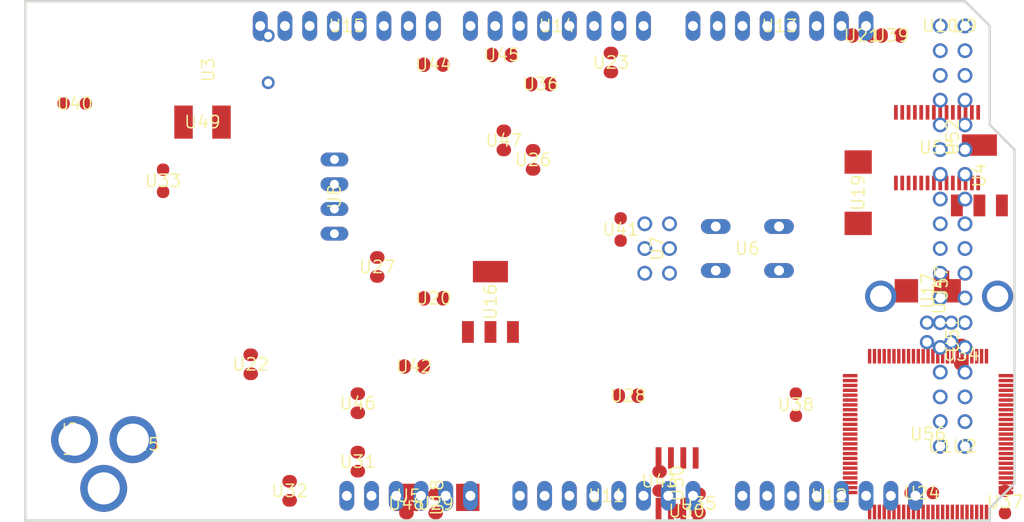
<source format=kicad_pcb>
 ( kicad_pcb  ( version 20171130 )
 ( host pcbnew "(5.1.4-0-10_14)" )
 ( general  ( thickness 1.6 )
 ( drawings 9 )
 ( tracks 0 )
 ( zones 0 )
 ( modules 57 )
 ( nets 100 )
)
 ( page A4 )
 ( layers  ( 0 Top signal )
 ( 31 Bottom signal )
 ( 32 B.Adhes user )
 ( 33 F.Adhes user )
 ( 34 B.Paste user )
 ( 35 F.Paste user )
 ( 36 B.SilkS user )
 ( 37 F.SilkS user )
 ( 38 B.Mask user )
 ( 39 F.Mask user )
 ( 40 Dwgs.User user )
 ( 41 Cmts.User user )
 ( 42 Eco1.User user )
 ( 43 Eco2.User user )
 ( 44 Edge.Cuts user )
 ( 45 Margin user )
 ( 46 B.CrtYd user )
 ( 47 F.CrtYd user )
 ( 48 B.Fab user )
 ( 49 F.Fab user )
)
 ( setup  ( last_trace_width 0.25 )
 ( user_trace_width 0.3048 )
 ( user_trace_width 1.27 )
 ( trace_clearance 0.063 )
 ( zone_clearance 0.508 )
 ( zone_45_only no )
 ( trace_min 0.2 )
 ( via_size 0.9144 )
 ( via_drill 0.4 )
 ( via_min_size 0.4 )
 ( via_min_drill 0.3 )
 ( uvia_size 0.3 )
 ( uvia_drill 0.1 )
 ( uvias_allowed yes )
 ( uvia_min_size 0.2 )
 ( uvia_min_drill 0.1 )
 ( edge_width 0.05 )
 ( segment_width 0.2 )
 ( pcb_text_width 0.3 )
 ( pcb_text_size 1.5 1.5 )
 ( mod_edge_width 0.12 )
 ( mod_text_size 1 1 )
 ( mod_text_width 0.15 )
 ( pad_size 0.35 1.5 )
 ( pad_drill 0 )
 ( pad_to_mask_clearance 0.051 )
 ( solder_mask_min_width 0.25 )
 ( aux_axis_origin 0 0 )
 ( visible_elements FFFFFF7F )
 ( pcbplotparams  ( layerselection 0x010fc_ffffffff )
 ( usegerberextensions false )
 ( usegerberattributes false )
 ( usegerberadvancedattributes false )
 ( creategerberjobfile false )
 ( excludeedgelayer true )
 ( linewidth 0.100000 )
 ( plotframeref false )
 ( viasonmask false )
 ( mode 1 )
 ( useauxorigin false )
 ( hpglpennumber 1 )
 ( hpglpenspeed 20 )
 ( hpglpendiameter 15.000000 )
 ( psnegative false )
 ( psa4output false )
 ( plotreference true )
 ( plotvalue true )
 ( plotinvisibletext false )
 ( padsonsilk false )
 ( subtractmaskfromsilk false )
 ( outputformat 1 )
 ( mirror false )
 ( drillshape 1 )
 ( scaleselection 1 )
 ( outputdirectory "" )
)
)
 ( net 0 "" )
 ( net 1 +5V )
 ( net 2 GND )
 ( net 3 N$6 )
 ( net 4 N$7 )
 ( net 5 AREF )
 ( net 6 RESET )
 ( net 7 VIN )
 ( net 8 N$3 )
 ( net 9 PWRIN )
 ( net 10 M8RXD )
 ( net 11 M8TXD )
 ( net 12 ADC0 )
 ( net 13 ADC2 )
 ( net 14 ADC1 )
 ( net 15 ADC3 )
 ( net 16 ADC4 )
 ( net 17 ADC5 )
 ( net 18 ADC6 )
 ( net 19 ADC7 )
 ( net 20 +3V3 )
 ( net 21 SDA )
 ( net 22 SCL )
 ( net 23 ADC9 )
 ( net 24 ADC8 )
 ( net 25 ADC10 )
 ( net 26 ADC11 )
 ( net 27 ADC12 )
 ( net 28 ADC13 )
 ( net 29 ADC14 )
 ( net 30 ADC15 )
 ( net 31 PB3 )
 ( net 32 PB2 )
 ( net 33 PB1 )
 ( net 34 PB5 )
 ( net 35 PB4 )
 ( net 36 PE5 )
 ( net 37 PE4 )
 ( net 38 PE3 )
 ( net 39 PE1 )
 ( net 40 PE0 )
 ( net 41 N$15 )
 ( net 42 N$53 )
 ( net 43 N$54 )
 ( net 44 N$55 )
 ( net 45 D- )
 ( net 46 D+ )
 ( net 47 N$60 )
 ( net 48 DTR )
 ( net 49 USBVCC )
 ( net 50 N$2 )
 ( net 51 N$4 )
 ( net 52 GATE_CMD )
 ( net 53 CMP )
 ( net 54 PB6 )
 ( net 55 PH3 )
 ( net 56 PH4 )
 ( net 57 PH5 )
 ( net 58 PH6 )
 ( net 59 PG5 )
 ( net 60 RXD1 )
 ( net 61 TXD1 )
 ( net 62 RXD2 )
 ( net 63 RXD3 )
 ( net 64 TXD2 )
 ( net 65 TXD3 )
 ( net 66 PC0 )
 ( net 67 PC1 )
 ( net 68 PC2 )
 ( net 69 PC3 )
 ( net 70 PC4 )
 ( net 71 PC5 )
 ( net 72 PC6 )
 ( net 73 PC7 )
 ( net 74 PB0 )
 ( net 75 PG0 )
 ( net 76 PG1 )
 ( net 77 PG2 )
 ( net 78 PD7 )
 ( net 79 PA0 )
 ( net 80 PA1 )
 ( net 81 PA2 )
 ( net 82 PA3 )
 ( net 83 PA4 )
 ( net 84 PA5 )
 ( net 85 PA6 )
 ( net 86 PA7 )
 ( net 87 PL0 )
 ( net 88 PL1 )
 ( net 89 PL2 )
 ( net 90 PL3 )
 ( net 91 PL4 )
 ( net 92 PL5 )
 ( net 93 PL6 )
 ( net 94 PL7 )
 ( net 95 PB7 )
 ( net 96 CTS )
 ( net 97 DSR )
 ( net 98 DCD )
 ( net 99 RI )
 ( net_class Default "This is the default net class."  ( clearance 0.063 )
 ( trace_width 0.25 )
 ( via_dia 0.9144 )
 ( via_drill 0.4 )
 ( uvia_dia 0.3 )
 ( uvia_drill 0.1 )
)
 ( net_class Power ""  ( clearance 0.063 )
 ( trace_width 0.3048 )
 ( via_dia 0.9144 )
 ( via_drill 0.4 )
 ( uvia_dia 0.3 )
 ( uvia_drill 0.1 )
 ( add_net +3V3 )
 ( add_net +5V )
 ( add_net PWRIN )
 ( add_net USBVCC )
)
 ( net_class Signal ""  ( clearance 0.063 )
 ( trace_width 0.2032 )
 ( via_dia 0.9144 )
 ( via_drill 0.4 )
 ( uvia_dia 0.3 )
 ( uvia_drill 0.1 )
 ( add_net ADC0 )
 ( add_net ADC1 )
 ( add_net ADC10 )
 ( add_net ADC11 )
 ( add_net ADC12 )
 ( add_net ADC13 )
 ( add_net ADC14 )
 ( add_net ADC15 )
 ( add_net ADC2 )
 ( add_net ADC3 )
 ( add_net ADC4 )
 ( add_net ADC5 )
 ( add_net ADC6 )
 ( add_net ADC7 )
 ( add_net ADC8 )
 ( add_net ADC9 )
 ( add_net AREF )
 ( add_net CMP )
 ( add_net CTS )
 ( add_net D+ )
 ( add_net D- )
 ( add_net DCD )
 ( add_net DSR )
 ( add_net DTR )
 ( add_net GATE_CMD )
 ( add_net GND )
 ( add_net M8RXD )
 ( add_net M8TXD )
 ( add_net N$15 )
 ( add_net N$2 )
 ( add_net N$3 )
 ( add_net N$4 )
 ( add_net N$53 )
 ( add_net N$54 )
 ( add_net N$55 )
 ( add_net N$6 )
 ( add_net N$60 )
 ( add_net N$7 )
 ( add_net PA0 )
 ( add_net PA1 )
 ( add_net PA2 )
 ( add_net PA3 )
 ( add_net PA4 )
 ( add_net PA5 )
 ( add_net PA6 )
 ( add_net PA7 )
 ( add_net PB0 )
 ( add_net PB1 )
 ( add_net PB2 )
 ( add_net PB3 )
 ( add_net PB4 )
 ( add_net PB5 )
 ( add_net PB6 )
 ( add_net PB7 )
 ( add_net PC0 )
 ( add_net PC1 )
 ( add_net PC2 )
 ( add_net PC3 )
 ( add_net PC4 )
 ( add_net PC5 )
 ( add_net PC6 )
 ( add_net PC7 )
 ( add_net PD7 )
 ( add_net PE0 )
 ( add_net PE1 )
 ( add_net PE3 )
 ( add_net PE4 )
 ( add_net PE5 )
 ( add_net PG0 )
 ( add_net PG1 )
 ( add_net PG2 )
 ( add_net PG5 )
 ( add_net PH3 )
 ( add_net PH4 )
 ( add_net PH5 )
 ( add_net PH6 )
 ( add_net PL0 )
 ( add_net PL1 )
 ( add_net PL2 )
 ( add_net PL3 )
 ( add_net PL4 )
 ( add_net PL5 )
 ( add_net PL6 )
 ( add_net PL7 )
 ( add_net RESET )
 ( add_net RI )
 ( add_net RXD1 )
 ( add_net RXD2 )
 ( add_net RXD3 )
 ( add_net SCL )
 ( add_net SDA )
 ( add_net TXD1 )
 ( add_net TXD2 )
 ( add_net TXD3 )
)
 ( net_class VIN ""  ( clearance 0.063 )
 ( trace_width 1.2 )
 ( via_dia 0.9144 )
 ( via_drill 0.4 )
 ( uvia_dia 0.3 )
 ( uvia_drill 0.1 )
 ( add_net VIN )
)
 ( module Arduino_MEGA_Reference_Design:PN61729  ( layer Top )
 ( tedit 5DD86010 )
 ( tstamp 5DD86102 )
 ( at 191.566100 106.100000 180.000000 )
 ( fp_text reference U54  ( at 0 -2.54 270 )
 ( layer F.SilkS )
 ( effects  ( font  ( size 1.27 1.27 )
 ( thickness 0.15 )
)
)
)
 ( fp_text value ""  ( at 0 -2.54 270 )
 ( layer F.SilkS )
 ( effects  ( font  ( size 1.27 1.27 )
 ( thickness 0.15 )
)
)
)
 ( fp_poly  ( pts  ( xy -6 -8.29 )
 ( xy 6 -8.29 )
 ( xy 6 7.71 )
 ( xy -6 7.71 )
)
 ( layer F.CrtYd )
 ( width 0.1 )
)
 ( pad P$2 thru_hole circle  ( at 6 -2.54 180.000000 )
 ( size 3.216 3.216 )
 ( drill 2.2 )
 ( layers *.Cu *.Mask )
 ( net 2 GND )
 ( solder_mask_margin 0.1524 )
)
 ( pad P$1 thru_hole circle  ( at -6 -2.54 180.000000 )
 ( size 3.216 3.216 )
 ( drill 2.2 )
 ( layers *.Cu *.Mask )
 ( net 2 GND )
 ( solder_mask_margin 0.1524 )
)
 ( pad 4 thru_hole circle  ( at 1.25 -5.25 180.000000 )
 ( size 1.458 1.458 )
 ( drill 0.95 )
 ( layers *.Cu *.Mask )
 ( net 2 GND )
 ( solder_mask_margin 0.1524 )
)
 ( pad 3 thru_hole circle  ( at -1.25 -5.25 180.000000 )
 ( size 1.458 1.458 )
 ( drill 0.95 )
 ( layers *.Cu *.Mask )
 ( net 46 D+ )
 ( solder_mask_margin 0.1524 )
)
 ( pad 2 thru_hole circle  ( at -1.25 -7.25 180.000000 )
 ( size 1.458 1.458 )
 ( drill 0.95 )
 ( layers *.Cu *.Mask )
 ( net 45 D- )
 ( solder_mask_margin 0.1524 )
)
 ( pad 1 thru_hole circle  ( at 1.25 -7.25 180.000000 )
 ( size 1.458 1.458 )
 ( drill 0.95 )
 ( layers *.Cu *.Mask )
 ( net 47 N$60 )
 ( solder_mask_margin 0.1524 )
)
)
 ( module Arduino_MEGA_Reference_Design:DC-21MM locked  ( layer Top )
 ( tedit 5DD85FF7 )
 ( tstamp 5DD85D69 )
 ( at 103.035100 123.291600 90.000000 )
 ( fp_text reference U55  ( at 0 -0.635 90 )
 ( layer F.SilkS )
 ( effects  ( font  ( size 1.27 1.27 )
 ( thickness 0.15 )
)
)
)
 ( fp_text value ""  ( at 0 -0.635 90 )
 ( layer F.SilkS )
 ( effects  ( font  ( size 1.27 1.27 )
 ( thickness 0.15 )
)
)
)
 ( fp_poly  ( pts  ( xy -5.25 -7.885 )
 ( xy 4 -7.885 )
 ( xy 4 5.865 )
 ( xy -5.25 5.865 )
)
 ( layer F.CrtYd )
 ( width 0.1 )
)
 ( pad 3 thru_hole circle  ( at -0.0762 -0.2794 90.000000 )
 ( size 4.826 4.826 )
 ( drill 3.302 )
 ( layers *.Cu *.Mask )
 ( net 2 GND )
 ( solder_mask_margin 0.1524 )
)
 ( pad 2 thru_hole circle  ( at -0.0762 5.715 90.000000 )
 ( size 4.826 4.826 )
 ( drill 3.302 )
 ( layers *.Cu *.Mask )
 ( net 9 PWRIN )
 ( solder_mask_margin 0.1524 )
)
 ( pad 1 thru_hole circle  ( at -5.08 2.7178 90.000000 )
 ( size 4.826 4.826 )
 ( drill 3.302 )
 ( layers *.Cu *.Mask )
 ( net 2 GND )
 ( solder_mask_margin 0.1524 )
)
)
 ( module Arduino_MEGA_Reference_Design:1X01 locked  ( layer Top )
 ( tedit 5DDD8317 )
 ( tstamp 5DD862A0 )
 ( at 191.681100 124.053600 )
 ( fp_text reference U1  ( at 0 0 )
 ( layer F.SilkS )
 ( effects  ( font  ( size 1.27 1.27 )
 ( thickness 0.15 )
)
)
)
 ( fp_text value ""  ( at 0 0 )
 ( layer F.SilkS )
 ( effects  ( font  ( size 1.27 1.27 )
 ( thickness 0.15 )
)
)
)
 ( fp_poly  ( pts  ( xy -1.3 -1.25 )
 ( xy 1.3 -1.25 )
 ( xy 1.3 1.25 )
 ( xy -1.3 1.25 )
)
 ( layer F.CrtYd )
 ( width 0.1 )
)
 ( pad 1 thru_hole circle  ( at 0 0 )
 ( size 1.524 1.524 )
 ( drill 1.016 )
 ( layers *.Cu *.Mask )
 ( net 2 GND )
 ( solder_mask_margin 0.1524 )
)
)
 ( module Arduino_MEGA_Reference_Design:1X01 locked  ( layer Top )
 ( tedit 5DDD82F6 )
 ( tstamp 5DD862AD )
 ( at 194.221100 124.053600 )
 ( fp_text reference U2  ( at 0 0 )
 ( layer F.SilkS )
 ( effects  ( font  ( size 1.27 1.27 )
 ( thickness 0.15 )
)
)
)
 ( fp_text value ""  ( at 0 0 )
 ( layer F.SilkS )
 ( effects  ( font  ( size 1.27 1.27 )
 ( thickness 0.15 )
)
)
)
 ( fp_poly  ( pts  ( xy -1.2 -1.2 )
 ( xy 1.2 -1.2 )
 ( xy 1.2 1.25 )
 ( xy -1.2 1.25 )
)
 ( layer F.CrtYd )
 ( width 0.1 )
)
 ( pad 1 thru_hole circle  ( at 0 0 )
 ( size 1.524 1.524 )
 ( drill 1.016 )
 ( layers *.Cu *.Mask )
 ( net 2 GND )
 ( solder_mask_margin 0.1524 )
)
)
 ( module Arduino_MEGA_Reference_Design:HC49_S  ( layer Top )
 ( tedit 5DDD82D4 )
 ( tstamp 5DD85D77 )
 ( at 122.650000 84.285600 90.000000 )
 ( fp_text reference U3  ( at -1.1 -6.15 90 )
 ( layer F.SilkS )
 ( effects  ( font  ( size 1.27 1.27 )
 ( thickness 0.15 )
)
)
)
 ( fp_text value ""  ( at -1.1 -6.15 90 )
 ( layer F.SilkS )
 ( effects  ( font  ( size 1.27 1.27 )
 ( thickness 0.15 )
)
)
)
 ( fp_poly  ( pts  ( xy -4.45 -2.55 )
 ( xy -5.05 -1.9 )
 ( xy -5.7 -1.25 )
 ( xy -5.7 1.35 )
 ( xy -5.05 1.95 )
 ( xy -4.4 2.55 )
 ( xy 4.5 2.55 )
 ( xy 5.1 1.85 )
 ( xy 5.75 1.3 )
 ( xy 5.7 -1.3 )
 ( xy 5.1 -1.85 )
 ( xy 4.45 -2.55 )
)
 ( layer F.CrtYd )
 ( width 0.1 )
)
 ( pad 2 thru_hole circle  ( at 2.413 0 90.000000 )
 ( size 1.3208 1.3208 )
 ( drill 0.8128 )
 ( layers *.Cu *.Mask )
 ( net 4 N$7 )
 ( solder_mask_margin 0.1524 )
)
 ( pad 1 thru_hole circle  ( at -2.413 0 90.000000 )
 ( size 1.3208 1.3208 )
 ( drill 0.8128 )
 ( layers *.Cu *.Mask )
 ( net 3 N$6 )
 ( solder_mask_margin 0.1524 )
)
)
 ( module Arduino_MEGA_Reference_Design:SOT223  ( layer Top )
 ( tedit 5DDD8275 )
 ( tstamp 5DD8614A )
 ( at 195.699100 96.207700 )
 ( fp_text reference U4  ( at 0 0 90 )
 ( layer F.SilkS )
 ( effects  ( font  ( size 1.27 1.27 )
 ( thickness 0.15 )
)
)
)
 ( fp_text value ""  ( at 0 0 90 )
 ( layer F.SilkS )
 ( effects  ( font  ( size 1.27 1.27 )
 ( thickness 0.15 )
)
)
)
 ( fp_poly  ( pts  ( xy -3.35 -1.85 )
 ( xy 3.35 -1.85 )
 ( xy 3.35 1.9 )
 ( xy -3.4 1.85 )
)
 ( layer F.CrtYd )
 ( width 0.1 )
)
 ( pad 4 smd rect  ( at 0 -3.099 )
 ( size 3.6 2.2 )
 ( layers Top F.Mask F.Paste )
 ( solder_mask_margin 0.1524 )
)
 ( pad 3 smd rect  ( at 2.3114 3.0988 )
 ( size 1.2192 2.2352 )
 ( layers Top F.Mask F.Paste )
 ( net 1 +5V )
 ( solder_mask_margin 0.1524 )
)
 ( pad 2 smd rect  ( at 0 3.0988 )
 ( size 1.2192 2.2352 )
 ( layers Top F.Mask F.Paste )
 ( net 49 USBVCC )
 ( solder_mask_margin 0.1524 )
)
 ( pad 1 smd rect  ( at -2.3114 3.0988 )
 ( size 1.2192 2.2352 )
 ( layers Top F.Mask F.Paste )
 ( net 52 GATE_CMD )
 ( solder_mask_margin 0.1524 )
)
)
 ( module Arduino_MEGA_Reference_Design:1X06 locked  ( layer Top )
 ( tedit 5DD8649A )
 ( tstamp 5DD85DDB )
 ( at 137.071100 129.133600 )
 ( fp_text reference U5  ( at 0 0 )
 ( layer F.SilkS )
 ( effects  ( font  ( size 1.27 1.27 )
 ( thickness 0.15 )
)
)
)
 ( fp_text value ""  ( at 0 0 )
 ( layer F.SilkS )
 ( effects  ( font  ( size 1.27 1.27 )
 ( thickness 0.15 )
)
)
)
 ( fp_poly  ( pts  ( xy -7.6 -1.25 )
 ( xy 7.6 -1.25 )
 ( xy 7.6 1.25 )
 ( xy -7.6 1.25 )
)
 ( layer F.CrtYd )
 ( width 0.1 )
)
 ( pad 6 thru_hole oval  ( at 6.35 0 90.000000 )
 ( size 3.048 1.524 )
 ( drill 1.016 )
 ( layers *.Cu *.Mask )
 ( net 7 VIN )
 ( solder_mask_margin 0.1524 )
)
 ( pad 5 thru_hole oval  ( at 3.81 0 90.000000 )
 ( size 3.048 1.524 )
 ( drill 1.016 )
 ( layers *.Cu *.Mask )
 ( net 2 GND )
 ( solder_mask_margin 0.1524 )
)
 ( pad 4 thru_hole oval  ( at 1.27 0 90.000000 )
 ( size 3.048 1.524 )
 ( drill 1.016 )
 ( layers *.Cu *.Mask )
 ( net 2 GND )
 ( solder_mask_margin 0.1524 )
)
 ( pad 3 thru_hole oval  ( at -1.27 0 90.000000 )
 ( size 3.048 1.524 )
 ( drill 1.016 )
 ( layers *.Cu *.Mask )
 ( net 1 +5V )
 ( solder_mask_margin 0.1524 )
)
 ( pad 2 thru_hole oval  ( at -3.81 0 90.000000 )
 ( size 3.048 1.524 )
 ( drill 1.016 )
 ( layers *.Cu *.Mask )
 ( net 20 +3V3 )
 ( solder_mask_margin 0.1524 )
)
 ( pad 1 thru_hole oval  ( at -6.35 0 90.000000 )
 ( size 3.048 1.524 )
 ( drill 1.016 )
 ( layers *.Cu *.Mask )
 ( net 6 RESET )
 ( solder_mask_margin 0.1524 )
)
)
 ( module Arduino_MEGA_Reference_Design:B3F-10XX locked  ( layer Top )
 ( tedit 5DD8641F )
 ( tstamp 5DD85D15 )
 ( at 171.869100 103.733600 180.000000 )
 ( fp_text reference U6  ( at 0 0 180 )
 ( layer F.SilkS )
 ( effects  ( font  ( size 1.27 1.27 )
 ( thickness 0.15 )
)
)
)
 ( fp_text value ""  ( at 0 0 180 )
 ( layer F.SilkS )
 ( effects  ( font  ( size 1.27 1.27 )
 ( thickness 0.15 )
)
)
)
 ( fp_poly  ( pts  ( xy -3.45 -3.1 )
 ( xy 3.35 -3.1 )
 ( xy 3.3 3 )
 ( xy -3.5 3 )
)
 ( layer F.CrtYd )
 ( width 0.1 )
)
 ( pad 4 thru_hole oval  ( at 3.2512 2.2606 180.000000 )
 ( size 3.048 1.524 )
 ( drill 1.016 )
 ( layers *.Cu *.Mask )
 ( net 6 RESET )
 ( solder_mask_margin 0.1524 )
)
 ( pad 2 thru_hole oval  ( at 3.2512 -2.2606 180.000000 )
 ( size 3.048 1.524 )
 ( drill 1.016 )
 ( layers *.Cu *.Mask )
 ( net 2 GND )
 ( solder_mask_margin 0.1524 )
)
 ( pad 3 thru_hole oval  ( at -3.2512 2.2606 180.000000 )
 ( size 3.048 1.524 )
 ( drill 1.016 )
 ( layers *.Cu *.Mask )
 ( net 6 RESET )
 ( solder_mask_margin 0.1524 )
)
 ( pad 1 thru_hole oval  ( at -3.2512 -2.2606 180.000000 )
 ( size 3.048 1.524 )
 ( drill 1.016 )
 ( layers *.Cu *.Mask )
 ( net 2 GND )
 ( solder_mask_margin 0.1524 )
)
)
 ( module Arduino_MEGA_Reference_Design:2X03 locked  ( layer Top )
 ( tedit 5DD8640E )
 ( tstamp 5DD85C40 )
 ( at 162.598100 103.733600 270.000000 )
 ( fp_text reference U7  ( at 0 0 270 )
 ( layer F.SilkS )
 ( effects  ( font  ( size 1.27 1.27 )
 ( thickness 0.15 )
)
)
)
 ( fp_text value ""  ( at 0 0 270 )
 ( layer F.SilkS )
 ( effects  ( font  ( size 1.27 1.27 )
 ( thickness 0.15 )
)
)
)
 ( fp_poly  ( pts  ( xy -3.85 -2.5 )
 ( xy 3.825 -2.575 )
 ( xy 3.85 2.5125 )
 ( xy -3.85 2.4875 )
)
 ( layer F.CrtYd )
 ( width 0.1 )
)
 ( pad 6 thru_hole circle  ( at 2.54 -1.27 270.000000 )
 ( size 1.524 1.524 )
 ( drill 1.016 )
 ( layers *.Cu *.Mask )
 ( net 2 GND )
 ( solder_mask_margin 0.1524 )
)
 ( pad 5 thru_hole circle  ( at 2.54 1.27 270.000000 )
 ( size 1.524 1.524 )
 ( drill 1.016 )
 ( layers *.Cu *.Mask )
 ( net 6 RESET )
 ( solder_mask_margin 0.1524 )
)
 ( pad 4 thru_hole circle  ( at 0 -1.27 270.000000 )
 ( size 1.524 1.524 )
 ( drill 1.016 )
 ( layers *.Cu *.Mask )
 ( net 32 PB2 )
 ( solder_mask_margin 0.1524 )
)
 ( pad 3 thru_hole circle  ( at 0 1.27 270.000000 )
 ( size 1.524 1.524 )
 ( drill 1.016 )
 ( layers *.Cu *.Mask )
 ( net 33 PB1 )
 ( solder_mask_margin 0.1524 )
)
 ( pad 2 thru_hole circle  ( at -2.54 -1.27 270.000000 )
 ( size 1.524 1.524 )
 ( drill 1.016 )
 ( layers *.Cu *.Mask )
 ( net 1 +5V )
 ( solder_mask_margin 0.1524 )
)
 ( pad 1 thru_hole circle  ( at -2.54 1.27 270.000000 )
 ( size 1.524 1.524 )
 ( drill 1.016 )
 ( layers *.Cu *.Mask )
 ( net 31 PB3 )
 ( solder_mask_margin 0.1524 )
)
)
 ( module Arduino_MEGA_Reference_Design:JP4 locked  ( layer Top )
 ( tedit 5DD863EA )
 ( tstamp 5DD862CC )
 ( at 129.451100 98.399600 270.000000 )
 ( fp_text reference U8  ( at 0 0 270 )
 ( layer F.SilkS )
 ( effects  ( font  ( size 1.27 1.27 )
 ( thickness 0.15 )
)
)
)
 ( fp_text value ""  ( at 0 0 270 )
 ( layer F.SilkS )
 ( effects  ( font  ( size 1.27 1.27 )
 ( thickness 0.15 )
)
)
)
 ( fp_poly  ( pts  ( xy -5.05 -1.3 )
 ( xy 5.05 -1.3 )
 ( xy 5.05 1.25 )
 ( xy -5.05 1.3 )
)
 ( layer F.CrtYd )
 ( width 0.1 )
)
 ( pad 4 thru_hole oval  ( at 3.81 0 )
 ( size 2.8448 1.4224 )
 ( drill 0.9144 )
 ( layers *.Cu *.Mask )
 ( net 99 RI )
 ( solder_mask_margin 0.1524 )
)
 ( pad 3 thru_hole oval  ( at 1.27 0 )
 ( size 2.8448 1.4224 )
 ( drill 0.9144 )
 ( layers *.Cu *.Mask )
 ( net 98 DCD )
 ( solder_mask_margin 0.1524 )
)
 ( pad 2 thru_hole oval  ( at -1.27 0 )
 ( size 2.8448 1.4224 )
 ( drill 0.9144 )
 ( layers *.Cu *.Mask )
 ( net 97 DSR )
 ( solder_mask_margin 0.1524 )
)
 ( pad 1 thru_hole oval  ( at -3.81 0 )
 ( size 2.8448 1.4224 )
 ( drill 0.9144 )
 ( layers *.Cu *.Mask )
 ( net 96 CTS )
 ( solder_mask_margin 0.1524 )
)
)
 ( module Arduino_MEGA_Reference_Design:1X01 locked  ( layer Top )
 ( tedit 5DD863C9 )
 ( tstamp 5DD86293 )
 ( at 194.221100 80.873600 )
 ( fp_text reference U9  ( at 0 0 )
 ( layer F.SilkS )
 ( effects  ( font  ( size 1.27 1.27 )
 ( thickness 0.15 )
)
)
)
 ( fp_text value ""  ( at 0 0 )
 ( layer F.SilkS )
 ( effects  ( font  ( size 1.27 1.27 )
 ( thickness 0.15 )
)
)
)
 ( fp_poly  ( pts  ( xy -1.25 -1.25 )
 ( xy 1.25 -1.25 )
 ( xy 1.25 1.25 )
 ( xy -1.25 1.25 )
)
 ( layer F.CrtYd )
 ( width 0.1 )
)
 ( pad 1 thru_hole circle  ( at 0 0 )
 ( size 1.524 1.524 )
 ( drill 1.016 )
 ( layers *.Cu *.Mask )
 ( net 1 +5V )
 ( solder_mask_margin 0.1524 )
)
)
 ( module Arduino_MEGA_Reference_Design:1X01 locked  ( layer Top )
 ( tedit 5DD863BF )
 ( tstamp 5DD86286 )
 ( at 191.681100 80.873600 )
 ( fp_text reference U10  ( at 0 0 )
 ( layer F.SilkS )
 ( effects  ( font  ( size 1.27 1.27 )
 ( thickness 0.15 )
)
)
)
 ( fp_text value ""  ( at 0 0 )
 ( layer F.SilkS )
 ( effects  ( font  ( size 1.27 1.27 )
 ( thickness 0.15 )
)
)
)
 ( fp_poly  ( pts  ( xy -1.25 -1.25 )
 ( xy 1.25 -1.25 )
 ( xy 1.25 1.25 )
 ( xy -1.25 1.25 )
)
 ( layer F.CrtYd )
 ( width 0.1 )
)
 ( pad 1 thru_hole circle  ( at 0 0 )
 ( size 1.524 1.524 )
 ( drill 1.016 )
 ( layers *.Cu *.Mask )
 ( net 1 +5V )
 ( solder_mask_margin 0.1524 )
)
)
 ( module Arduino_MEGA_Reference_Design:1X08 locked  ( layer Top )
 ( tedit 5DD8632A )
 ( tstamp 5DD85E65 )
 ( at 157.391100 129.133600 )
 ( fp_text reference U11  ( at 0 0 )
 ( layer F.SilkS )
 ( effects  ( font  ( size 1.27 1.27 )
 ( thickness 0.15 )
)
)
)
 ( fp_text value ""  ( at 0 0 )
 ( layer F.SilkS )
 ( effects  ( font  ( size 1.27 1.27 )
 ( thickness 0.15 )
)
)
)
 ( fp_poly  ( pts  ( xy -10.15 -1.45 )
 ( xy 10.1 -1.4 )
 ( xy 10.15 1.25 )
 ( xy -10.15 1.25 )
)
 ( layer F.CrtYd )
 ( width 0.1 )
)
 ( pad 8 thru_hole oval  ( at 8.89 0 90.000000 )
 ( size 3.048 1.524 )
 ( drill 1.016 )
 ( layers *.Cu *.Mask )
 ( net 19 ADC7 )
 ( solder_mask_margin 0.1524 )
)
 ( pad 7 thru_hole oval  ( at 6.35 0 90.000000 )
 ( size 3.048 1.524 )
 ( drill 1.016 )
 ( layers *.Cu *.Mask )
 ( net 18 ADC6 )
 ( solder_mask_margin 0.1524 )
)
 ( pad 6 thru_hole oval  ( at 3.81 0 90.000000 )
 ( size 3.048 1.524 )
 ( drill 1.016 )
 ( layers *.Cu *.Mask )
 ( net 17 ADC5 )
 ( solder_mask_margin 0.1524 )
)
 ( pad 5 thru_hole oval  ( at 1.27 0 90.000000 )
 ( size 3.048 1.524 )
 ( drill 1.016 )
 ( layers *.Cu *.Mask )
 ( net 16 ADC4 )
 ( solder_mask_margin 0.1524 )
)
 ( pad 4 thru_hole oval  ( at -1.27 0 90.000000 )
 ( size 3.048 1.524 )
 ( drill 1.016 )
 ( layers *.Cu *.Mask )
 ( net 15 ADC3 )
 ( solder_mask_margin 0.1524 )
)
 ( pad 3 thru_hole oval  ( at -3.81 0 90.000000 )
 ( size 3.048 1.524 )
 ( drill 1.016 )
 ( layers *.Cu *.Mask )
 ( net 13 ADC2 )
 ( solder_mask_margin 0.1524 )
)
 ( pad 2 thru_hole oval  ( at -6.35 0 90.000000 )
 ( size 3.048 1.524 )
 ( drill 1.016 )
 ( layers *.Cu *.Mask )
 ( net 14 ADC1 )
 ( solder_mask_margin 0.1524 )
)
 ( pad 1 thru_hole oval  ( at -8.89 0 90.000000 )
 ( size 3.048 1.524 )
 ( drill 1.016 )
 ( layers *.Cu *.Mask )
 ( net 12 ADC0 )
 ( solder_mask_margin 0.1524 )
)
)
 ( module Arduino_MEGA_Reference_Design:1X08 locked  ( layer Top )
 ( tedit 5DD86322 )
 ( tstamp 5DD86013 )
 ( at 180.251100 129.133600 )
 ( fp_text reference U12  ( at 0 0 )
 ( layer F.SilkS )
 ( effects  ( font  ( size 1.27 1.27 )
 ( thickness 0.15 )
)
)
)
 ( fp_text value ""  ( at 0 0 )
 ( layer F.SilkS )
 ( effects  ( font  ( size 1.27 1.27 )
 ( thickness 0.15 )
)
)
)
 ( fp_poly  ( pts  ( xy -10.2 -1.4 )
 ( xy 10.05 -1.35 )
 ( xy 10.1 1.3 )
 ( xy -10.2 1.3 )
)
 ( layer F.CrtYd )
 ( width 0.1 )
)
 ( pad 8 thru_hole oval  ( at 8.89 0 90.000000 )
 ( size 3.048 1.524 )
 ( drill 1.016 )
 ( layers *.Cu *.Mask )
 ( net 30 ADC15 )
 ( solder_mask_margin 0.1524 )
)
 ( pad 7 thru_hole oval  ( at 6.35 0 90.000000 )
 ( size 3.048 1.524 )
 ( drill 1.016 )
 ( layers *.Cu *.Mask )
 ( net 29 ADC14 )
 ( solder_mask_margin 0.1524 )
)
 ( pad 6 thru_hole oval  ( at 3.81 0 90.000000 )
 ( size 3.048 1.524 )
 ( drill 1.016 )
 ( layers *.Cu *.Mask )
 ( net 28 ADC13 )
 ( solder_mask_margin 0.1524 )
)
 ( pad 5 thru_hole oval  ( at 1.27 0 90.000000 )
 ( size 3.048 1.524 )
 ( drill 1.016 )
 ( layers *.Cu *.Mask )
 ( net 27 ADC12 )
 ( solder_mask_margin 0.1524 )
)
 ( pad 4 thru_hole oval  ( at -1.27 0 90.000000 )
 ( size 3.048 1.524 )
 ( drill 1.016 )
 ( layers *.Cu *.Mask )
 ( net 26 ADC11 )
 ( solder_mask_margin 0.1524 )
)
 ( pad 3 thru_hole oval  ( at -3.81 0 90.000000 )
 ( size 3.048 1.524 )
 ( drill 1.016 )
 ( layers *.Cu *.Mask )
 ( net 25 ADC10 )
 ( solder_mask_margin 0.1524 )
)
 ( pad 2 thru_hole oval  ( at -6.35 0 90.000000 )
 ( size 3.048 1.524 )
 ( drill 1.016 )
 ( layers *.Cu *.Mask )
 ( net 23 ADC9 )
 ( solder_mask_margin 0.1524 )
)
 ( pad 1 thru_hole oval  ( at -8.89 0 90.000000 )
 ( size 3.048 1.524 )
 ( drill 1.016 )
 ( layers *.Cu *.Mask )
 ( net 24 ADC8 )
 ( solder_mask_margin 0.1524 )
)
)
 ( module Arduino_MEGA_Reference_Design:1X08 locked  ( layer Top )
 ( tedit 5DD86318 )
 ( tstamp 5DD85EB1 )
 ( at 175.171100 80.873600 180.000000 )
 ( fp_text reference U13  ( at 0 0 180 )
 ( layer F.SilkS )
 ( effects  ( font  ( size 1.27 1.27 )
 ( thickness 0.15 )
)
)
)
 ( fp_text value ""  ( at 0 0 180 )
 ( layer F.SilkS )
 ( effects  ( font  ( size 1.27 1.27 )
 ( thickness 0.15 )
)
)
)
 ( fp_poly  ( pts  ( xy -10.2 -1.4 )
 ( xy 10.05 -1.35 )
 ( xy 10.1 1.3 )
 ( xy -10.2 1.3 )
)
 ( layer F.CrtYd )
 ( width 0.1 )
)
 ( pad 8 thru_hole oval  ( at 8.89 0 270.000000 )
 ( size 3.048 1.524 )
 ( drill 1.016 )
 ( layers *.Cu *.Mask )
 ( net 65 TXD3 )
 ( solder_mask_margin 0.1524 )
)
 ( pad 7 thru_hole oval  ( at 6.35 0 270.000000 )
 ( size 3.048 1.524 )
 ( drill 1.016 )
 ( layers *.Cu *.Mask )
 ( net 63 RXD3 )
 ( solder_mask_margin 0.1524 )
)
 ( pad 6 thru_hole oval  ( at 3.81 0 270.000000 )
 ( size 3.048 1.524 )
 ( drill 1.016 )
 ( layers *.Cu *.Mask )
 ( net 64 TXD2 )
 ( solder_mask_margin 0.1524 )
)
 ( pad 5 thru_hole oval  ( at 1.27 0 270.000000 )
 ( size 3.048 1.524 )
 ( drill 1.016 )
 ( layers *.Cu *.Mask )
 ( net 62 RXD2 )
 ( solder_mask_margin 0.1524 )
)
 ( pad 4 thru_hole oval  ( at -1.27 0 270.000000 )
 ( size 3.048 1.524 )
 ( drill 1.016 )
 ( layers *.Cu *.Mask )
 ( net 61 TXD1 )
 ( solder_mask_margin 0.1524 )
)
 ( pad 3 thru_hole oval  ( at -3.81 0 270.000000 )
 ( size 3.048 1.524 )
 ( drill 1.016 )
 ( layers *.Cu *.Mask )
 ( net 60 RXD1 )
 ( solder_mask_margin 0.1524 )
)
 ( pad 2 thru_hole oval  ( at -6.35 0 270.000000 )
 ( size 3.048 1.524 )
 ( drill 1.016 )
 ( layers *.Cu *.Mask )
 ( net 21 SDA )
 ( solder_mask_margin 0.1524 )
)
 ( pad 1 thru_hole oval  ( at -8.89 0 270.000000 )
 ( size 3.048 1.524 )
 ( drill 1.016 )
 ( layers *.Cu *.Mask )
 ( net 22 SCL )
 ( solder_mask_margin 0.1524 )
)
)
 ( module Arduino_MEGA_Reference_Design:1X08 locked  ( layer Top )
 ( tedit 5DD8630B )
 ( tstamp 5DD85C65 )
 ( at 152.311100 80.873600 180.000000 )
 ( fp_text reference U14  ( at 0 0 180 )
 ( layer F.SilkS )
 ( effects  ( font  ( size 1.27 1.27 )
 ( thickness 0.15 )
)
)
)
 ( fp_text value ""  ( at 0 0 180 )
 ( layer F.SilkS )
 ( effects  ( font  ( size 1.27 1.27 )
 ( thickness 0.15 )
)
)
)
 ( fp_poly  ( pts  ( xy -10.15 -1.35 )
 ( xy 10.1 -1.3 )
 ( xy 10.15 1.35 )
 ( xy -10.15 1.35 )
)
 ( layer F.CrtYd )
 ( width 0.1 )
)
 ( pad 8 thru_hole oval  ( at 8.89 0 270.000000 )
 ( size 3.048 1.524 )
 ( drill 1.016 )
 ( layers *.Cu *.Mask )
 ( net 56 PH4 )
 ( solder_mask_margin 0.1524 )
)
 ( pad 7 thru_hole oval  ( at 6.35 0 270.000000 )
 ( size 3.048 1.524 )
 ( drill 1.016 )
 ( layers *.Cu *.Mask )
 ( net 55 PH3 )
 ( solder_mask_margin 0.1524 )
)
 ( pad 6 thru_hole oval  ( at 3.81 0 270.000000 )
 ( size 3.048 1.524 )
 ( drill 1.016 )
 ( layers *.Cu *.Mask )
 ( net 38 PE3 )
 ( solder_mask_margin 0.1524 )
)
 ( pad 5 thru_hole oval  ( at 1.27 0 270.000000 )
 ( size 3.048 1.524 )
 ( drill 1.016 )
 ( layers *.Cu *.Mask )
 ( net 59 PG5 )
 ( solder_mask_margin 0.1524 )
)
 ( pad 4 thru_hole oval  ( at -1.27 0 270.000000 )
 ( size 3.048 1.524 )
 ( drill 1.016 )
 ( layers *.Cu *.Mask )
 ( net 36 PE5 )
 ( solder_mask_margin 0.1524 )
)
 ( pad 3 thru_hole oval  ( at -3.81 0 270.000000 )
 ( size 3.048 1.524 )
 ( drill 1.016 )
 ( layers *.Cu *.Mask )
 ( net 37 PE4 )
 ( solder_mask_margin 0.1524 )
)
 ( pad 2 thru_hole oval  ( at -6.35 0 270.000000 )
 ( size 3.048 1.524 )
 ( drill 1.016 )
 ( layers *.Cu *.Mask )
 ( net 39 PE1 )
 ( solder_mask_margin 0.1524 )
)
 ( pad 1 thru_hole oval  ( at -8.89 0 270.000000 )
 ( size 3.048 1.524 )
 ( drill 1.016 )
 ( layers *.Cu *.Mask )
 ( net 40 PE0 )
 ( solder_mask_margin 0.1524 )
)
)
 ( module Arduino_MEGA_Reference_Design:1X08 locked  ( layer Top )
 ( tedit 5DD862DF )
 ( tstamp 5DD85CB1 )
 ( at 130.721100 80.873600 180.000000 )
 ( fp_text reference U15  ( at 0 0 180 )
 ( layer F.SilkS )
 ( effects  ( font  ( size 1.27 1.27 )
 ( thickness 0.15 )
)
)
)
 ( fp_text value ""  ( at 0 0 180 )
 ( layer F.SilkS )
 ( effects  ( font  ( size 1.27 1.27 )
 ( thickness 0.15 )
)
)
)
 ( fp_poly  ( pts  ( xy -10.1 -1.45 )
 ( xy 10.15 -1.4 )
 ( xy 10.2 1.25 )
 ( xy -10.1 1.25 )
)
 ( layer F.CrtYd )
 ( width 0.1 )
)
 ( pad 8 thru_hole oval  ( at 8.89 0 270.000000 )
 ( size 3.048 1.524 )
 ( drill 1.016 )
 ( layers *.Cu *.Mask )
 ( net 5 AREF )
 ( solder_mask_margin 0.1524 )
)
 ( pad 7 thru_hole oval  ( at 6.35 0 270.000000 )
 ( size 3.048 1.524 )
 ( drill 1.016 )
 ( layers *.Cu *.Mask )
 ( net 2 GND )
 ( solder_mask_margin 0.1524 )
)
 ( pad 6 thru_hole oval  ( at 3.81 0 270.000000 )
 ( size 3.048 1.524 )
 ( drill 1.016 )
 ( layers *.Cu *.Mask )
 ( net 95 PB7 )
 ( solder_mask_margin 0.1524 )
)
 ( pad 5 thru_hole oval  ( at 1.27 0 270.000000 )
 ( size 3.048 1.524 )
 ( drill 1.016 )
 ( layers *.Cu *.Mask )
 ( net 54 PB6 )
 ( solder_mask_margin 0.1524 )
)
 ( pad 4 thru_hole oval  ( at -1.27 0 270.000000 )
 ( size 3.048 1.524 )
 ( drill 1.016 )
 ( layers *.Cu *.Mask )
 ( net 34 PB5 )
 ( solder_mask_margin 0.1524 )
)
 ( pad 3 thru_hole oval  ( at -3.81 0 270.000000 )
 ( size 3.048 1.524 )
 ( drill 1.016 )
 ( layers *.Cu *.Mask )
 ( net 35 PB4 )
 ( solder_mask_margin 0.1524 )
)
 ( pad 2 thru_hole oval  ( at -6.35 0 270.000000 )
 ( size 3.048 1.524 )
 ( drill 1.016 )
 ( layers *.Cu *.Mask )
 ( net 58 PH6 )
 ( solder_mask_margin 0.1524 )
)
 ( pad 1 thru_hole oval  ( at -8.89 0 270.000000 )
 ( size 3.048 1.524 )
 ( drill 1.016 )
 ( layers *.Cu *.Mask )
 ( net 57 PH5 )
 ( solder_mask_margin 0.1524 )
)
)
 ( module Arduino_MEGA_Reference_Design:SOT223  ( layer Top )
 ( tedit 5DD862A6 )
 ( tstamp 5DD85DB9 )
 ( at 145.475000 109.207700 )
 ( fp_text reference U16  ( at 0 0 90 )
 ( layer F.SilkS )
 ( effects  ( font  ( size 1.27 1.27 )
 ( thickness 0.15 )
)
)
)
 ( fp_text value ""  ( at 0 0 90 )
 ( layer F.SilkS )
 ( effects  ( font  ( size 1.27 1.27 )
 ( thickness 0.15 )
)
)
)
 ( fp_poly  ( pts  ( xy -3.45 -2 )
 ( xy 3.45 -2 )
 ( xy 3.45 1.9 )
 ( xy -3.45 1.9 )
)
 ( layer F.CrtYd )
 ( width 0.1 )
)
 ( pad 4 smd rect  ( at 0 -3.099 )
 ( size 3.6 2.2 )
 ( layers Top F.Mask F.Paste )
 ( net 1 +5V )
 ( solder_mask_margin 0.1524 )
)
 ( pad 3 smd rect  ( at 2.3114 3.0988 )
 ( size 1.2192 2.2352 )
 ( layers Top F.Mask F.Paste )
 ( net 7 VIN )
 ( solder_mask_margin 0.1524 )
)
 ( pad 2 smd rect  ( at 0 3.0988 )
 ( size 1.2192 2.2352 )
 ( layers Top F.Mask F.Paste )
 ( net 1 +5V )
 ( solder_mask_margin 0.1524 )
)
 ( pad 1 smd rect  ( at -2.3114 3.0988 )
 ( size 1.2192 2.2352 )
 ( layers Top F.Mask F.Paste )
 ( net 2 GND )
 ( solder_mask_margin 0.1524 )
)
)
 ( module Arduino_MEGA_Reference_Design:SMB  ( layer Top )
 ( tedit 5DD8628F )
 ( tstamp 5DD85D5A )
 ( at 190.400000 108.075000 180.000000 )
 ( fp_text reference U17  ( at 0 0 270 )
 ( layer F.SilkS )
 ( effects  ( font  ( size 1.27 1.27 )
 ( thickness 0.15 )
)
)
)
 ( fp_text value ""  ( at 0 0 270 )
 ( layer F.SilkS )
 ( effects  ( font  ( size 1.27 1.27 )
 ( thickness 0.15 )
)
)
)
 ( fp_poly  ( pts  ( xy -2.35 -2 )
 ( xy 2.35 -2 )
 ( xy 2.35 1.95 )
 ( xy -2.35 1.95 )
)
 ( layer F.CrtYd )
 ( width 0.1 )
)
 ( pad A smd rect  ( at 2.2 0 180.000000 )
 ( size 2.4 2.4 )
 ( layers Top F.Mask F.Paste )
 ( net 9 PWRIN )
 ( solder_mask_margin 0.1524 )
)
 ( pad C smd rect  ( at -2.2 0 180.000000 )
 ( size 2.4 2.4 )
 ( layers Top F.Mask F.Paste )
 ( net 7 VIN )
 ( solder_mask_margin 0.1524 )
)
)
 ( module Arduino_MEGA_Reference_Design:SMC_D  ( layer Top )
 ( tedit 5DD86271 )
 ( tstamp 5DD85CFD )
 ( at 140.000000 129.296600 )
 ( fp_text reference U18  ( at 0 0 270 )
 ( layer F.SilkS )
 ( effects  ( font  ( size 1.27 1.27 )
 ( thickness 0.15 )
)
)
)
 ( fp_text value ""  ( at 0 0 270 )
 ( layer F.SilkS )
 ( effects  ( font  ( size 1.27 1.27 )
 ( thickness 0.15 )
)
)
)
 ( fp_poly  ( pts  ( xy -3.55 -2.15 )
 ( xy 3.55 -2.15 )
 ( xy 3.55 2.15 )
 ( xy -3.55 2.15 )
)
 ( layer F.CrtYd )
 ( width 0.1 )
)
 ( pad - smd rect  ( at 3.15 0 180.000000 )
 ( size 2.4 2.8 )
 ( layers Top F.Mask F.Paste )
 ( net 2 GND )
 ( solder_mask_margin 0.1524 )
)
 ( pad + smd rect  ( at -3.15 0 )
 ( size 2.4 2.8 )
 ( layers Top F.Mask F.Paste )
 ( net 7 VIN )
 ( solder_mask_margin 0.1524 )
)
)
 ( module Arduino_MEGA_Reference_Design:SMC_D  ( layer Top )
 ( tedit 5DD8625D )
 ( tstamp 5DD85D09 )
 ( at 183.250000 98.000000 90.000000 )
 ( fp_text reference U19  ( at 0 0 270 )
 ( layer F.SilkS )
 ( effects  ( font  ( size 1.27 1.27 )
 ( thickness 0.15 )
)
)
)
 ( fp_text value ""  ( at 0 0 270 )
 ( layer F.SilkS )
 ( effects  ( font  ( size 1.27 1.27 )
 ( thickness 0.15 )
)
)
)
 ( fp_poly  ( pts  ( xy -3.6 -2.2 )
 ( xy 3.6 -2.2 )
 ( xy 3.6 2.2 )
 ( xy -3.6 2.2 )
)
 ( layer F.CrtYd )
 ( width 0.1 )
)
 ( pad - smd rect  ( at 3.15 0 270.000000 )
 ( size 2.4 2.8 )
 ( layers Top F.Mask F.Paste )
 ( net 2 GND )
 ( solder_mask_margin 0.1524 )
)
 ( pad + smd rect  ( at -3.15 0 90.000000 )
 ( size 2.4 2.8 )
 ( layers Top F.Mask F.Paste )
 ( net 1 +5V )
 ( solder_mask_margin 0.1524 )
)
)
 ( module Arduino_MEGA_Reference_Design:C0805RND  ( layer Top )
 ( tedit 5DD86249 )
 ( tstamp 5DD86005 )
 ( at 139.627000 108.850000 180.000000 )
 ( fp_text reference U20  ( at 0 0 )
 ( layer F.SilkS )
 ( effects  ( font  ( size 1.27 1.27 )
 ( thickness 0.15 )
)
)
)
 ( fp_text value ""  ( at 0 0 )
 ( layer F.SilkS )
 ( effects  ( font  ( size 1.27 1.27 )
 ( thickness 0.15 )
)
)
)
 ( fp_poly  ( pts  ( xy -0.95 -0.75 )
 ( xy 1.05 -0.75 )
 ( xy 1.05 0.75 )
 ( xy -0.95 0.75 )
)
 ( layer F.CrtYd )
 ( width 0.1 )
)
 ( pad 2 smd roundrect  ( at 0.977 0 180.000000 )
 ( size 1.3 1.5 )
 ( layers Top F.Mask F.Paste )
 ( roundrect_rratio 0.5 )
 ( net 2 GND )
 ( solder_mask_margin 0.1524 )
)
 ( pad 1 smd roundrect  ( at -0.977 0 180.000000 )
 ( size 1.3 1.5 )
 ( layers Top F.Mask F.Paste )
 ( roundrect_rratio 0.5 )
 ( net 1 +5V )
 ( solder_mask_margin 0.1524 )
)
)
 ( module Arduino_MEGA_Reference_Design:C0805RND  ( layer Top )
 ( tedit 5DD86243 )
 ( tstamp 5DD85E31 )
 ( at 183.627000 81.850000 180.000000 )
 ( fp_text reference U21  ( at 0 0 )
 ( layer F.SilkS )
 ( effects  ( font  ( size 1.27 1.27 )
 ( thickness 0.15 )
)
)
)
 ( fp_text value ""  ( at 0 0 )
 ( layer F.SilkS )
 ( effects  ( font  ( size 1.27 1.27 )
 ( thickness 0.15 )
)
)
)
 ( fp_poly  ( pts  ( xy -0.95 -0.75 )
 ( xy 1.05 -0.75 )
 ( xy 1.05 0.75 )
 ( xy -0.95 0.75 )
)
 ( layer F.CrtYd )
 ( width 0.1 )
)
 ( pad 2 smd roundrect  ( at 0.977 0 180.000000 )
 ( size 1.3 1.5 )
 ( layers Top F.Mask F.Paste )
 ( roundrect_rratio 0.5 )
 ( net 3 N$6 )
 ( solder_mask_margin 0.1524 )
)
 ( pad 1 smd roundrect  ( at -0.977 0 180.000000 )
 ( size 1.3 1.5 )
 ( layers Top F.Mask F.Paste )
 ( roundrect_rratio 0.5 )
 ( net 2 GND )
 ( solder_mask_margin 0.1524 )
)
)
 ( module Arduino_MEGA_Reference_Design:C0805RND  ( layer Top )
 ( tedit 5DD8623E )
 ( tstamp 5DD85E3F )
 ( at 120.850000 115.627000 270.000000 )
 ( fp_text reference U22  ( at 0 0 )
 ( layer F.SilkS )
 ( effects  ( font  ( size 1.27 1.27 )
 ( thickness 0.15 )
)
)
)
 ( fp_text value ""  ( at 0 0 )
 ( layer F.SilkS )
 ( effects  ( font  ( size 1.27 1.27 )
 ( thickness 0.15 )
)
)
)
 ( fp_poly  ( pts  ( xy -0.95 -0.75 )
 ( xy 1.05 -0.75 )
 ( xy 1.05 0.75 )
 ( xy -0.95 0.75 )
)
 ( layer F.CrtYd )
 ( width 0.1 )
)
 ( pad 2 smd roundrect  ( at 0.977 0 270.000000 )
 ( size 1.3 1.5 )
 ( layers Top F.Mask F.Paste )
 ( roundrect_rratio 0.5 )
 ( net 4 N$7 )
 ( solder_mask_margin 0.1524 )
)
 ( pad 1 smd roundrect  ( at -0.977 0 270.000000 )
 ( size 1.3 1.5 )
 ( layers Top F.Mask F.Paste )
 ( roundrect_rratio 0.5 )
 ( net 2 GND )
 ( solder_mask_margin 0.1524 )
)
)
 ( module Arduino_MEGA_Reference_Design:C0805RND  ( layer Top )
 ( tedit 5DD86230 )
 ( tstamp 5DD85FF7 )
 ( at 157.850000 84.627000 270.000000 )
 ( fp_text reference U23  ( at 0 0 180 )
 ( layer F.SilkS )
 ( effects  ( font  ( size 1.27 1.27 )
 ( thickness 0.15 )
)
)
)
 ( fp_text value ""  ( at 0 0 180 )
 ( layer F.SilkS )
 ( effects  ( font  ( size 1.27 1.27 )
 ( thickness 0.15 )
)
)
)
 ( fp_poly  ( pts  ( xy -0.95 -0.75 )
 ( xy 1.05 -0.75 )
 ( xy 1.05 0.75 )
 ( xy -0.95 0.75 )
)
 ( layer F.CrtYd )
 ( width 0.1 )
)
 ( pad 2 smd roundrect  ( at 0.977 0 270.000000 )
 ( size 1.3 1.5 )
 ( layers Top F.Mask F.Paste )
 ( roundrect_rratio 0.5 )
 ( net 2 GND )
 ( solder_mask_margin 0.1524 )
)
 ( pad 1 smd roundrect  ( at -0.977 0 270.000000 )
 ( size 1.3 1.5 )
 ( layers Top F.Mask F.Paste )
 ( roundrect_rratio 0.5 )
 ( net 1 +5V )
 ( solder_mask_margin 0.1524 )
)
)
 ( module Arduino_MEGA_Reference_Design:0805RND  ( layer Top )
 ( tedit 5DD86228 )
 ( tstamp 5DD85D52 )
 ( at 189.778000 128.850000 180.000000 )
 ( fp_text reference U24  ( at 0 0 180 )
 ( layer F.SilkS )
 ( effects  ( font  ( size 1.27 1.27 )
 ( thickness 0.15 )
)
)
)
 ( fp_text value ""  ( at 0 0 180 )
 ( layer F.SilkS )
 ( effects  ( font  ( size 1.27 1.27 )
 ( thickness 0.15 )
)
)
)
 ( fp_poly  ( pts  ( xy -0.95 -0.75 )
 ( xy 1.05 -0.75 )
 ( xy 1.05 0.75 )
 ( xy -0.95 0.75 )
)
 ( layer F.CrtYd )
 ( width 0.1 )
)
 ( pad P$2 smd roundrect  ( at 1.143 0 270.000000 )
 ( size 1.27 1.27 )
 ( layers Top F.Mask F.Paste )
 ( roundrect_rratio 0.45 )
 ( net 2 GND )
 ( solder_mask_margin 0.1524 )
)
 ( pad P$1 smd roundrect  ( at -1.143 0 270.000000 )
 ( size 1.27 1.27 )
 ( layers Top F.Mask F.Paste )
 ( roundrect_rratio 0.45 )
 ( net 8 N$3 )
 ( solder_mask_margin 0.1524 )
)
)
 ( module Arduino_MEGA_Reference_Design:R0805RND  ( layer Top )
 ( tedit 5DD86221 )
 ( tstamp 5DD86278 )
 ( at 109.627000 123.850000 180.000000 )
 ( fp_text reference U25  ( at 0 0 180 )
 ( layer F.SilkS )
 ( effects  ( font  ( size 1.27 1.27 )
 ( thickness 0.15 )
)
)
)
 ( fp_text value ""  ( at 0 0 180 )
 ( layer F.SilkS )
 ( effects  ( font  ( size 1.27 1.27 )
 ( thickness 0.15 )
)
)
)
 ( fp_poly  ( pts  ( xy -0.95 -0.75 )
 ( xy 1.05 -0.75 )
 ( xy 1.05 0.75 )
 ( xy -0.95 0.75 )
)
 ( layer F.CrtYd )
 ( width 0.1 )
)
 ( pad 2 smd roundrect  ( at 0.977 0 180.000000 )
 ( size 1.3 1.5 )
 ( layers Top F.Mask F.Paste )
 ( roundrect_rratio 0.5 )
 ( net 8 N$3 )
 ( solder_mask_margin 0.1524 )
)
 ( pad 1 smd roundrect  ( at -0.977 0 180.000000 )
 ( size 1.3 1.5 )
 ( layers Top F.Mask F.Paste )
 ( roundrect_rratio 0.5 )
 ( net 1 +5V )
 ( solder_mask_margin 0.1524 )
)
)
 ( module Arduino_MEGA_Reference_Design:R0805RND  ( layer Top )
 ( tedit 5DD8621B )
 ( tstamp 5DD85EFD )
 ( at 149.850000 94.627000 270.000000 )
 ( fp_text reference U26  ( at 0 0 180 )
 ( layer F.SilkS )
 ( effects  ( font  ( size 1.27 1.27 )
 ( thickness 0.15 )
)
)
)
 ( fp_text value ""  ( at 0 0 180 )
 ( layer F.SilkS )
 ( effects  ( font  ( size 1.27 1.27 )
 ( thickness 0.15 )
)
)
)
 ( fp_poly  ( pts  ( xy -0.95 -0.75 )
 ( xy 1.05 -0.75 )
 ( xy 1.05 0.75 )
 ( xy -0.95 0.75 )
)
 ( layer F.CrtYd )
 ( width 0.1 )
)
 ( pad 2 smd roundrect  ( at 0.977 0 270.000000 )
 ( size 1.3 1.5 )
 ( layers Top F.Mask F.Paste )
 ( roundrect_rratio 0.5 )
 ( net 22 SCL )
 ( solder_mask_margin 0.1524 )
)
 ( pad 1 smd roundrect  ( at -0.977 0 270.000000 )
 ( size 1.3 1.5 )
 ( layers Top F.Mask F.Paste )
 ( roundrect_rratio 0.5 )
 ( net 1 +5V )
 ( solder_mask_margin 0.1524 )
)
)
 ( module Arduino_MEGA_Reference_Design:R0805RND  ( layer Top )
 ( tedit 5DD86215 )
 ( tstamp 5DD85F0B )
 ( at 133.850000 105.627000 270.000000 )
 ( fp_text reference U27  ( at 0 0 180 )
 ( layer F.SilkS )
 ( effects  ( font  ( size 1.27 1.27 )
 ( thickness 0.15 )
)
)
)
 ( fp_text value ""  ( at 0 0 180 )
 ( layer F.SilkS )
 ( effects  ( font  ( size 1.27 1.27 )
 ( thickness 0.15 )
)
)
)
 ( fp_poly  ( pts  ( xy -1 -0.8 )
 ( xy 1 -0.8 )
 ( xy 1 0.7 )
 ( xy -1 0.7 )
)
 ( layer F.CrtYd )
 ( width 0.1 )
)
 ( pad 2 smd roundrect  ( at 0.977 0 270.000000 )
 ( size 1.3 1.5 )
 ( layers Top F.Mask F.Paste )
 ( roundrect_rratio 0.5 )
 ( net 21 SDA )
 ( solder_mask_margin 0.1524 )
)
 ( pad 1 smd roundrect  ( at -0.977 0 270.000000 )
 ( size 1.3 1.5 )
 ( layers Top F.Mask F.Paste )
 ( roundrect_rratio 0.5 )
 ( net 1 +5V )
 ( solder_mask_margin 0.1524 )
)
)
 ( module Arduino_MEGA_Reference_Design:C0805RND  ( layer Top )
 ( tedit 5DD8620C )
 ( tstamp 5DD85E23 )
 ( at 159.627000 118.850000 )
 ( fp_text reference U28  ( at 0 0 )
 ( layer F.SilkS )
 ( effects  ( font  ( size 1.27 1.27 )
 ( thickness 0.15 )
)
)
)
 ( fp_text value ""  ( at 0 0 )
 ( layer F.SilkS )
 ( effects  ( font  ( size 1.27 1.27 )
 ( thickness 0.15 )
)
)
)
 ( fp_poly  ( pts  ( xy -0.95 -0.8 )
 ( xy 1.05 -0.8 )
 ( xy 1.05 0.7 )
 ( xy -0.95 0.7 )
)
 ( layer F.CrtYd )
 ( width 0.1 )
)
 ( pad 2 smd roundrect  ( at 0.977 0 )
 ( size 1.3 1.5 )
 ( layers Top F.Mask F.Paste )
 ( roundrect_rratio 0.5 )
 ( net 2 GND )
 ( solder_mask_margin 0.1524 )
)
 ( pad 1 smd roundrect  ( at -0.977 0 )
 ( size 1.3 1.5 )
 ( layers Top F.Mask F.Paste )
 ( roundrect_rratio 0.5 )
 ( net 1 +5V )
 ( solder_mask_margin 0.1524 )
)
)
 ( module Arduino_MEGA_Reference_Design:C0805RND  ( layer Top )
 ( tedit 5DD86204 )
 ( tstamp 5DD861B2 )
 ( at 139.850000 129.919600 90.000000 )
 ( fp_text reference U29  ( at 0 0 )
 ( layer F.SilkS )
 ( effects  ( font  ( size 1.27 1.27 )
 ( thickness 0.15 )
)
)
)
 ( fp_text value ""  ( at 0 0 )
 ( layer F.SilkS )
 ( effects  ( font  ( size 1.27 1.27 )
 ( thickness 0.15 )
)
)
)
 ( fp_poly  ( pts  ( xy -0.95 -0.75 )
 ( xy 1.05 -0.75 )
 ( xy 1.05 0.75 )
 ( xy -0.95 0.75 )
)
 ( layer F.CrtYd )
 ( width 0.1 )
)
 ( pad 2 smd roundrect  ( at 0.977 0 90.000000 )
 ( size 1.3 1.5 )
 ( layers Top F.Mask F.Paste )
 ( roundrect_rratio 0.5 )
 ( net 1 +5V )
 ( solder_mask_margin 0.1524 )
)
 ( pad 1 smd roundrect  ( at -0.977 0 90.000000 )
 ( size 1.3 1.5 )
 ( layers Top F.Mask F.Paste )
 ( roundrect_rratio 0.5 )
 ( net 2 GND )
 ( solder_mask_margin 0.1524 )
)
)
 ( module Arduino_MEGA_Reference_Design:C0805RND  ( layer Top )
 ( tedit 5DD861FC )
 ( tstamp 5DD86089 )
 ( at 165.627000 130.696600 )
 ( fp_text reference U30  ( at 0 0 )
 ( layer F.SilkS )
 ( effects  ( font  ( size 1.27 1.27 )
 ( thickness 0.15 )
)
)
)
 ( fp_text value ""  ( at 0 0 )
 ( layer F.SilkS )
 ( effects  ( font  ( size 1.27 1.27 )
 ( thickness 0.15 )
)
)
)
 ( fp_poly  ( pts  ( xy -0.95 -0.75 )
 ( xy 1.05 -0.75 )
 ( xy 1.05 0.75 )
 ( xy -0.95 0.75 )
)
 ( layer F.CrtYd )
 ( width 0.1 )
)
 ( pad 2 smd roundrect  ( at 0.977 0 )
 ( size 1.3 1.5 )
 ( layers Top F.Mask F.Paste )
 ( roundrect_rratio 0.5 )
 ( net 20 +3V3 )
 ( solder_mask_margin 0.1524 )
)
 ( pad 1 smd roundrect  ( at -0.977 0 )
 ( size 1.3 1.5 )
 ( layers Top F.Mask F.Paste )
 ( roundrect_rratio 0.5 )
 ( net 2 GND )
 ( solder_mask_margin 0.1524 )
)
)
 ( module Arduino_MEGA_Reference_Design:C0805RND  ( layer Top )
 ( tedit 5DD861F5 )
 ( tstamp 5DD86118 )
 ( at 131.850000 125.627000 90.000000 )
 ( fp_text reference U31  ( at 0 0 )
 ( layer F.SilkS )
 ( effects  ( font  ( size 1.27 1.27 )
 ( thickness 0.15 )
)
)
)
 ( fp_text value ""  ( at 0 0 )
 ( layer F.SilkS )
 ( effects  ( font  ( size 1.27 1.27 )
 ( thickness 0.15 )
)
)
)
 ( fp_poly  ( pts  ( xy -0.95 -0.75 )
 ( xy 1.05 -0.75 )
 ( xy 1.05 0.75 )
 ( xy -0.95 0.75 )
)
 ( layer F.CrtYd )
 ( width 0.1 )
)
 ( pad 2 smd roundrect  ( at 0.977 0 90.000000 )
 ( size 1.3 1.5 )
 ( layers Top F.Mask F.Paste )
 ( roundrect_rratio 0.5 )
 ( net 2 GND )
 ( solder_mask_margin 0.1524 )
)
 ( pad 1 smd roundrect  ( at -0.977 0 90.000000 )
 ( size 1.3 1.5 )
 ( layers Top F.Mask F.Paste )
 ( roundrect_rratio 0.5 )
 ( net 1 +5V )
 ( solder_mask_margin 0.1524 )
)
)
 ( module Arduino_MEGA_Reference_Design:R0805RND  ( layer Top )
 ( tedit 5DD861ED )
 ( tstamp 5DD860A7 )
 ( at 124.850000 128.627000 270.000000 )
 ( fp_text reference U32  ( at 0 0 )
 ( layer F.SilkS )
 ( effects  ( font  ( size 1.27 1.27 )
 ( thickness 0.15 )
)
)
)
 ( fp_text value ""  ( at 0 0 )
 ( layer F.SilkS )
 ( effects  ( font  ( size 1.27 1.27 )
 ( thickness 0.15 )
)
)
)
 ( fp_poly  ( pts  ( xy -0.95 -0.75 )
 ( xy 1.05 -0.75 )
 ( xy 1.05 0.75 )
 ( xy -0.95 0.75 )
)
 ( layer F.CrtYd )
 ( width 0.1 )
)
 ( pad 2 smd roundrect  ( at 0.977 0 270.000000 )
 ( size 1.3 1.5 )
 ( layers Top F.Mask F.Paste )
 ( roundrect_rratio 0.5 )
 ( net 1 +5V )
 ( solder_mask_margin 0.1524 )
)
 ( pad 1 smd roundrect  ( at -0.977 0 270.000000 )
 ( size 1.3 1.5 )
 ( layers Top F.Mask F.Paste )
 ( roundrect_rratio 0.5 )
 ( net 43 N$54 )
 ( solder_mask_margin 0.1524 )
)
)
 ( module Arduino_MEGA_Reference_Design:0805RND  ( layer Top )
 ( tedit 5DD861E5 )
 ( tstamp 5DD86126 )
 ( at 111.850000 96.778000 90.000000 )
 ( fp_text reference U33  ( at 0 0 180 )
 ( layer F.SilkS )
 ( effects  ( font  ( size 1.27 1.27 )
 ( thickness 0.15 )
)
)
)
 ( fp_text value ""  ( at 0 0 180 )
 ( layer F.SilkS )
 ( effects  ( font  ( size 1.27 1.27 )
 ( thickness 0.15 )
)
)
)
 ( fp_poly  ( pts  ( xy -0.9 -0.75 )
 ( xy 1.1 -0.75 )
 ( xy 1.1 0.75 )
 ( xy -0.9 0.75 )
)
 ( layer F.CrtYd )
 ( width 0.1 )
)
 ( pad P$2 smd roundrect  ( at 1.143 0 180.000000 )
 ( size 1.27 1.27 )
 ( layers Top F.Mask F.Paste )
 ( roundrect_rratio 0.45 )
 ( net 2 GND )
 ( solder_mask_margin 0.1524 )
)
 ( pad P$1 smd roundrect  ( at -1.143 0 180.000000 )
 ( size 1.27 1.27 )
 ( layers Top F.Mask F.Paste )
 ( roundrect_rratio 0.45 )
 ( net 50 N$2 )
 ( solder_mask_margin 0.1524 )
)
)
 ( module Arduino_MEGA_Reference_Design:R0805RND  ( layer Top )
 ( tedit 5DD861DC )
 ( tstamp 5DD8612E )
 ( at 193.850000 114.627000 270.000000 )
 ( fp_text reference U34  ( at 0 0 180 )
 ( layer F.SilkS )
 ( effects  ( font  ( size 1.27 1.27 )
 ( thickness 0.15 )
)
)
)
 ( fp_text value ""  ( at 0 0 180 )
 ( layer F.SilkS )
 ( effects  ( font  ( size 1.27 1.27 )
 ( thickness 0.15 )
)
)
)
 ( fp_poly  ( pts  ( xy -0.95 -0.75 )
 ( xy 1.05 -0.75 )
 ( xy 1.05 0.75 )
 ( xy -0.95 0.75 )
)
 ( layer F.CrtYd )
 ( width 0.1 )
)
 ( pad 2 smd roundrect  ( at 0.977 0 270.000000 )
 ( size 1.3 1.5 )
 ( layers Top F.Mask F.Paste )
 ( roundrect_rratio 0.5 )
 ( net 50 N$2 )
 ( solder_mask_margin 0.1524 )
)
 ( pad 1 smd roundrect  ( at -0.977 0 270.000000 )
 ( size 1.3 1.5 )
 ( layers Top F.Mask F.Paste )
 ( roundrect_rratio 0.5 )
 ( net 95 PB7 )
 ( solder_mask_margin 0.1524 )
)
)
 ( module Arduino_MEGA_Reference_Design:C0805RND  ( layer Top )
 ( tedit 5DD861D5 )
 ( tstamp 5DD85E15 )
 ( at 166.850000 129.919600 90.000000 )
 ( fp_text reference U35  ( at 0 0 )
 ( layer F.SilkS )
 ( effects  ( font  ( size 1.27 1.27 )
 ( thickness 0.15 )
)
)
)
 ( fp_text value ""  ( at 0 0 )
 ( layer F.SilkS )
 ( effects  ( font  ( size 1.27 1.27 )
 ( thickness 0.15 )
)
)
)
 ( fp_poly  ( pts  ( xy -0.95 -0.75 )
 ( xy 1.05 -0.75 )
 ( xy 1.05 0.75 )
 ( xy -0.95 0.75 )
)
 ( layer F.CrtYd )
 ( width 0.1 )
)
 ( pad 2 smd roundrect  ( at 0.977 0 90.000000 )
 ( size 1.3 1.5 )
 ( layers Top F.Mask F.Paste )
 ( roundrect_rratio 0.5 )
 ( net 2 GND )
 ( solder_mask_margin 0.1524 )
)
 ( pad 1 smd roundrect  ( at -0.977 0 90.000000 )
 ( size 1.3 1.5 )
 ( layers Top F.Mask F.Paste )
 ( roundrect_rratio 0.5 )
 ( net 5 AREF )
 ( solder_mask_margin 0.1524 )
)
)
 ( module Arduino_MEGA_Reference_Design:C0805RND  ( layer Top )
 ( tedit 5DD861CA )
 ( tstamp 5DD8607B )
 ( at 150.627000 86.850000 180.000000 )
 ( fp_text reference U36  ( at 0 0 )
 ( layer F.SilkS )
 ( effects  ( font  ( size 1.27 1.27 )
 ( thickness 0.15 )
)
)
)
 ( fp_text value ""  ( at 0 0 )
 ( layer F.SilkS )
 ( effects  ( font  ( size 1.27 1.27 )
 ( thickness 0.15 )
)
)
)
 ( fp_poly  ( pts  ( xy -0.95 -0.75 )
 ( xy 1.05 -0.75 )
 ( xy 1.05 0.75 )
 ( xy -0.95 0.75 )
)
 ( layer F.CrtYd )
 ( width 0.1 )
)
 ( pad 2 smd roundrect  ( at 0.977 0 180.000000 )
 ( size 1.3 1.5 )
 ( layers Top F.Mask F.Paste )
 ( roundrect_rratio 0.5 )
 ( net 2 GND )
 ( solder_mask_margin 0.1524 )
)
 ( pad 1 smd roundrect  ( at -0.977 0 180.000000 )
 ( size 1.3 1.5 )
 ( layers Top F.Mask F.Paste )
 ( roundrect_rratio 0.5 )
 ( net 49 USBVCC )
 ( solder_mask_margin 0.1524 )
)
)
 ( module Arduino_MEGA_Reference_Design:0805RND  ( layer Top )
 ( tedit 5DD861C2 )
 ( tstamp 5DD8609F )
 ( at 198.324100 129.768600 90.000000 )
 ( fp_text reference U37  ( at 0 0 180 )
 ( layer F.SilkS )
 ( effects  ( font  ( size 1.27 1.27 )
 ( thickness 0.15 )
)
)
)
 ( fp_text value ""  ( at 0 0 180 )
 ( layer F.SilkS )
 ( effects  ( font  ( size 1.27 1.27 )
 ( thickness 0.15 )
)
)
)
 ( fp_poly  ( pts  ( xy -0.95 -0.75 )
 ( xy 1.05 -0.75 )
 ( xy 1.05 0.75 )
 ( xy -0.95 0.75 )
)
 ( layer F.CrtYd )
 ( width 0.1 )
)
 ( pad P$2 smd roundrect  ( at 1.143 0 180.000000 )
 ( size 1.27 1.27 )
 ( layers Top F.Mask F.Paste )
 ( roundrect_rratio 0.45 )
 ( net 42 N$53 )
 ( solder_mask_margin 0.1524 )
)
 ( pad P$1 smd roundrect  ( at -1.143 0 180.000000 )
 ( size 1.27 1.27 )
 ( layers Top F.Mask F.Paste )
 ( roundrect_rratio 0.45 )
 ( net 44 N$55 )
 ( solder_mask_margin 0.1524 )
)
)
 ( module Arduino_MEGA_Reference_Design:0805RND  ( layer Top )
 ( tedit 5DD861BB )
 ( tstamp 5DD86097 )
 ( at 176.850000 119.778000 90.000000 )
 ( fp_text reference U38  ( at 0 0 180 )
 ( layer F.SilkS )
 ( effects  ( font  ( size 1.27 1.27 )
 ( thickness 0.15 )
)
)
)
 ( fp_text value ""  ( at 0 0 180 )
 ( layer F.SilkS )
 ( effects  ( font  ( size 1.27 1.27 )
 ( thickness 0.15 )
)
)
)
 ( fp_poly  ( pts  ( xy -0.95 -0.75 )
 ( xy 1.05 -0.75 )
 ( xy 1.05 0.75 )
 ( xy -0.95 0.75 )
)
 ( layer F.CrtYd )
 ( width 0.1 )
)
 ( pad P$2 smd roundrect  ( at 1.143 0 180.000000 )
 ( size 1.27 1.27 )
 ( layers Top F.Mask F.Paste )
 ( roundrect_rratio 0.45 )
 ( net 41 N$15 )
 ( solder_mask_margin 0.1524 )
)
 ( pad P$1 smd roundrect  ( at -1.143 0 180.000000 )
 ( size 1.27 1.27 )
 ( layers Top F.Mask F.Paste )
 ( roundrect_rratio 0.45 )
 ( net 43 N$54 )
 ( solder_mask_margin 0.1524 )
)
)
 ( module Arduino_MEGA_Reference_Design:R0805RND  ( layer Top )
 ( tedit 5DD861B3 )
 ( tstamp 5DD860B5 )
 ( at 186.627000 81.850000 )
 ( fp_text reference U39  ( at 0 0 )
 ( layer F.SilkS )
 ( effects  ( font  ( size 1.27 1.27 )
 ( thickness 0.15 )
)
)
)
 ( fp_text value ""  ( at 0 0 )
 ( layer F.SilkS )
 ( effects  ( font  ( size 1.27 1.27 )
 ( thickness 0.15 )
)
)
)
 ( fp_poly  ( pts  ( xy -0.95 -0.75 )
 ( xy 1.05 -0.75 )
 ( xy 1.05 0.75 )
 ( xy -0.95 0.75 )
)
 ( layer F.CrtYd )
 ( width 0.1 )
)
 ( pad 2 smd roundrect  ( at 0.977 0 )
 ( size 1.3 1.5 )
 ( layers Top F.Mask F.Paste )
 ( roundrect_rratio 0.5 )
 ( net 1 +5V )
 ( solder_mask_margin 0.1524 )
)
 ( pad 1 smd roundrect  ( at -0.977 0 )
 ( size 1.3 1.5 )
 ( layers Top F.Mask F.Paste )
 ( roundrect_rratio 0.5 )
 ( net 44 N$55 )
 ( solder_mask_margin 0.1524 )
)
)
 ( module Arduino_MEGA_Reference_Design:RCL_0805RND  ( layer Top )
 ( tedit 5DD861AC )
 ( tstamp 5DD85E5B )
 ( at 102.778000 88.850000 180.000000 )
 ( fp_text reference U40  ( at 0 0 )
 ( layer F.SilkS )
 ( effects  ( font  ( size 1.27 1.27 )
 ( thickness 0.15 )
)
)
)
 ( fp_text value ""  ( at 0 0 )
 ( layer F.SilkS )
 ( effects  ( font  ( size 1.27 1.27 )
 ( thickness 0.15 )
)
)
)
 ( fp_poly  ( pts  ( xy -0.95 -0.75 )
 ( xy 1.05 -0.75 )
 ( xy 1.05 0.75 )
 ( xy -0.95 0.75 )
)
 ( layer F.CrtYd )
 ( width 0.1 )
)
 ( pad P$2 smd roundrect  ( at 1.143 0 270.000000 )
 ( size 1.27 1.27 )
 ( layers Top F.Mask F.Paste )
 ( roundrect_rratio 0.45 )
 ( net 40 PE0 )
 ( solder_mask_margin 0.1524 )
)
 ( pad P$1 smd roundrect  ( at -1.143 0 270.000000 )
 ( size 1.27 1.27 )
 ( layers Top F.Mask F.Paste )
 ( roundrect_rratio 0.45 )
 ( net 10 M8RXD )
 ( solder_mask_margin 0.1524 )
)
)
 ( module Arduino_MEGA_Reference_Design:RCL_0805RND  ( layer Top )
 ( tedit 5DD861A3 )
 ( tstamp 5DD85E60 )
 ( at 158.850000 101.778000 270.000000 )
 ( fp_text reference U41  ( at 0 0 )
 ( layer F.SilkS )
 ( effects  ( font  ( size 1.27 1.27 )
 ( thickness 0.15 )
)
)
)
 ( fp_text value ""  ( at 0 0 )
 ( layer F.SilkS )
 ( effects  ( font  ( size 1.27 1.27 )
 ( thickness 0.15 )
)
)
)
 ( fp_poly  ( pts  ( xy -1 -0.75 )
 ( xy 1 -0.75 )
 ( xy 1 0.75 )
 ( xy -1 0.75 )
)
 ( layer F.CrtYd )
 ( width 0.1 )
)
 ( pad P$2 smd roundrect  ( at 1.143 0 )
 ( size 1.27 1.27 )
 ( layers Top F.Mask F.Paste )
 ( roundrect_rratio 0.45 )
 ( net 39 PE1 )
 ( solder_mask_margin 0.1524 )
)
 ( pad P$1 smd roundrect  ( at -1.143 0 )
 ( size 1.27 1.27 )
 ( layers Top F.Mask F.Paste )
 ( roundrect_rratio 0.45 )
 ( net 11 M8TXD )
 ( solder_mask_margin 0.1524 )
)
)
 ( module Arduino_MEGA_Reference_Design:R0805RND  ( layer Top )
 ( tedit 5DD86196 )
 ( tstamp 5DD86188 )
 ( at 137.627000 115.850000 180.000000 )
 ( fp_text reference U42  ( at 0 0 180 )
 ( layer F.SilkS )
 ( effects  ( font  ( size 1.27 1.27 )
 ( thickness 0.15 )
)
)
)
 ( fp_text value ""  ( at 0 0 180 )
 ( layer F.SilkS )
 ( effects  ( font  ( size 1.27 1.27 )
 ( thickness 0.15 )
)
)
)
 ( fp_poly  ( pts  ( xy -0.95 -0.75 )
 ( xy 1.05 -0.75 )
 ( xy 1.05 0.75 )
 ( xy -0.95 0.75 )
)
 ( layer F.CrtYd )
 ( width 0.1 )
)
 ( pad 2 smd roundrect  ( at 0.977 0 180.000000 )
 ( size 1.3 1.5 )
 ( layers Top F.Mask F.Paste )
 ( roundrect_rratio 0.5 )
 ( net 7 VIN )
 ( solder_mask_margin 0.1524 )
)
 ( pad 1 smd roundrect  ( at -0.977 0 180.000000 )
 ( size 1.3 1.5 )
 ( layers Top F.Mask F.Paste )
 ( roundrect_rratio 0.5 )
 ( net 53 CMP )
 ( solder_mask_margin 0.1524 )
)
)
 ( module Arduino_MEGA_Reference_Design:C0805RND  ( layer Top )
 ( tedit 5DD8618E )
 ( tstamp 5DD85E4D )
 ( at 162.850000 127.627000 90.000000 )
 ( fp_text reference U43  ( at 0 0 )
 ( layer F.SilkS )
 ( effects  ( font  ( size 1.27 1.27 )
 ( thickness 0.15 )
)
)
)
 ( fp_text value ""  ( at 0 0 )
 ( layer F.SilkS )
 ( effects  ( font  ( size 1.27 1.27 )
 ( thickness 0.15 )
)
)
)
 ( fp_poly  ( pts  ( xy -0.9 -0.75 )
 ( xy 1.1 -0.75 )
 ( xy 1.1 0.75 )
 ( xy -0.9 0.75 )
)
 ( layer F.CrtYd )
 ( width 0.1 )
)
 ( pad 2 smd roundrect  ( at 0.977 0 90.000000 )
 ( size 1.3 1.5 )
 ( layers Top F.Mask F.Paste )
 ( roundrect_rratio 0.5 )
 ( net 2 GND )
 ( solder_mask_margin 0.1524 )
)
 ( pad 1 smd roundrect  ( at -0.977 0 90.000000 )
 ( size 1.3 1.5 )
 ( layers Top F.Mask F.Paste )
 ( roundrect_rratio 0.5 )
 ( net 7 VIN )
 ( solder_mask_margin 0.1524 )
)
)
 ( module Arduino_MEGA_Reference_Design:C0805RND  ( layer Top )
 ( tedit 5DD86187 )
 ( tstamp 5DD861A4 )
 ( at 139.627000 84.850000 )
 ( fp_text reference U44  ( at 0 0 180 )
 ( layer F.SilkS )
 ( effects  ( font  ( size 1.27 1.27 )
 ( thickness 0.15 )
)
)
)
 ( fp_text value ""  ( at 0 0 180 )
 ( layer F.SilkS )
 ( effects  ( font  ( size 1.27 1.27 )
 ( thickness 0.15 )
)
)
)
 ( fp_poly  ( pts  ( xy -1 -0.75 )
 ( xy 1 -0.75 )
 ( xy 1 0.75 )
 ( xy -1 0.75 )
)
 ( layer F.CrtYd )
 ( width 0.1 )
)
 ( pad 2 smd roundrect  ( at 0.977 0 )
 ( size 1.3 1.5 )
 ( layers Top F.Mask F.Paste )
 ( roundrect_rratio 0.5 )
 ( net 53 CMP )
 ( solder_mask_margin 0.1524 )
)
 ( pad 1 smd roundrect  ( at -0.977 0 )
 ( size 1.3 1.5 )
 ( layers Top F.Mask F.Paste )
 ( roundrect_rratio 0.5 )
 ( net 2 GND )
 ( solder_mask_margin 0.1524 )
)
)
 ( module Arduino_MEGA_Reference_Design:R0805RND  ( layer Top )
 ( tedit 5DD8617D )
 ( tstamp 5DD86196 )
 ( at 146.627000 83.850000 180.000000 )
 ( fp_text reference U45  ( at 0 0 180 )
 ( layer F.SilkS )
 ( effects  ( font  ( size 1.27 1.27 )
 ( thickness 0.15 )
)
)
)
 ( fp_text value ""  ( at 0 0 180 )
 ( layer F.SilkS )
 ( effects  ( font  ( size 1.27 1.27 )
 ( thickness 0.15 )
)
)
)
 ( fp_poly  ( pts  ( xy -1 -0.75 )
 ( xy 1 -0.75 )
 ( xy 1 0.75 )
 ( xy -1 0.75 )
)
 ( layer F.CrtYd )
 ( width 0.1 )
)
 ( pad 2 smd roundrect  ( at 0.977 0 180.000000 )
 ( size 1.3 1.5 )
 ( layers Top F.Mask F.Paste )
 ( roundrect_rratio 0.5 )
 ( net 53 CMP )
 ( solder_mask_margin 0.1524 )
)
 ( pad 1 smd roundrect  ( at -0.977 0 180.000000 )
 ( size 1.3 1.5 )
 ( layers Top F.Mask F.Paste )
 ( roundrect_rratio 0.5 )
 ( net 2 GND )
 ( solder_mask_margin 0.1524 )
)
)
 ( module Arduino_MEGA_Reference_Design:C0805RND  ( layer Top )
 ( tedit 5DD86176 )
 ( tstamp 5DD8606D )
 ( at 131.850000 119.627000 270.000000 )
 ( fp_text reference U46  ( at 0 0 )
 ( layer F.SilkS )
 ( effects  ( font  ( size 1.27 1.27 )
 ( thickness 0.15 )
)
)
)
 ( fp_text value ""  ( at 0 0 )
 ( layer F.SilkS )
 ( effects  ( font  ( size 1.27 1.27 )
 ( thickness 0.15 )
)
)
)
 ( fp_poly  ( pts  ( xy -0.95 -0.75 )
 ( xy 1.05 -0.75 )
 ( xy 1.05 0.75 )
 ( xy -0.95 0.75 )
)
 ( layer F.CrtYd )
 ( width 0.1 )
)
 ( pad 2 smd roundrect  ( at 0.977 0 270.000000 )
 ( size 1.3 1.5 )
 ( layers Top F.Mask F.Paste )
 ( roundrect_rratio 0.5 )
 ( net 2 GND )
 ( solder_mask_margin 0.1524 )
)
 ( pad 1 smd roundrect  ( at -0.977 0 270.000000 )
 ( size 1.3 1.5 )
 ( layers Top F.Mask F.Paste )
 ( roundrect_rratio 0.5 )
 ( net 6 RESET )
 ( solder_mask_margin 0.1524 )
)
)
 ( module Arduino_MEGA_Reference_Design:R0805RND  ( layer Top )
 ( tedit 5DD8616C )
 ( tstamp 5DD8605F )
 ( at 146.850000 92.627000 90.000000 )
 ( fp_text reference U47  ( at 0 0 )
 ( layer F.SilkS )
 ( effects  ( font  ( size 1.27 1.27 )
 ( thickness 0.15 )
)
)
)
 ( fp_text value ""  ( at 0 0 )
 ( layer F.SilkS )
 ( effects  ( font  ( size 1.27 1.27 )
 ( thickness 0.15 )
)
)
)
 ( fp_poly  ( pts  ( xy -1 -0.75 )
 ( xy 1 -0.75 )
 ( xy 1 0.75 )
 ( xy -1 0.75 )
)
 ( layer F.CrtYd )
 ( width 0.1 )
)
 ( pad 2 smd roundrect  ( at 0.977 0 90.000000 )
 ( size 1.3 1.5 )
 ( layers Top F.Mask F.Paste )
 ( roundrect_rratio 0.5 )
 ( net 1 +5V )
 ( solder_mask_margin 0.1524 )
)
 ( pad 1 smd roundrect  ( at -0.977 0 90.000000 )
 ( size 1.3 1.5 )
 ( layers Top F.Mask F.Paste )
 ( roundrect_rratio 0.5 )
 ( net 6 RESET )
 ( solder_mask_margin 0.1524 )
)
)
 ( module Arduino_MEGA_Reference_Design:C0805RND  ( layer Top )
 ( tedit 5DD86156 )
 ( tstamp 5DD8613C )
 ( at 136.850000 129.919600 270.000000 )
 ( fp_text reference U48  ( at 0 0 180 )
 ( layer F.SilkS )
 ( effects  ( font  ( size 1.27 1.27 )
 ( thickness 0.15 )
)
)
)
 ( fp_text value ""  ( at 0 0 180 )
 ( layer F.SilkS )
 ( effects  ( font  ( size 1.27 1.27 )
 ( thickness 0.15 )
)
)
)
 ( fp_poly  ( pts  ( xy -0.95 -0.75 )
 ( xy 1.05 -0.75 )
 ( xy 1.05 0.75 )
 ( xy -0.95 0.75 )
)
 ( layer F.CrtYd )
 ( width 0.1 )
)
 ( pad 2 smd roundrect  ( at 0.977 0 270.000000 )
 ( size 1.3 1.5 )
 ( layers Top F.Mask F.Paste )
 ( roundrect_rratio 0.5 )
 ( net 6 RESET )
 ( solder_mask_margin 0.1524 )
)
 ( pad 1 smd roundrect  ( at -0.977 0 270.000000 )
 ( size 1.3 1.5 )
 ( layers Top F.Mask F.Paste )
 ( roundrect_rratio 0.5 )
 ( net 48 DTR )
 ( solder_mask_margin 0.1524 )
)
)
 ( module Arduino_MEGA_Reference_Design:L1812  ( layer Top )
 ( tedit 5DD86132 )
 ( tstamp 5DD8610F )
 ( at 115.900000 90.750000 180.000000 )
 ( fp_text reference U49  ( at 0 0 )
 ( layer F.SilkS )
 ( effects  ( font  ( size 1.27 1.27 )
 ( thickness 0.15 )
)
)
)
 ( fp_text value ""  ( at 0 0 )
 ( layer F.SilkS )
 ( effects  ( font  ( size 1.27 1.27 )
 ( thickness 0.15 )
)
)
)
 ( fp_poly  ( pts  ( xy -2.7 -1.65 )
 ( xy 2.8 -1.65 )
 ( xy 2.8 1.65 )
 ( xy -2.7 1.65 )
)
 ( layer F.CrtYd )
 ( width 0.1 )
)
 ( pad 2 smd rect  ( at 1.95 0 180.000000 )
 ( size 1.9 3.4 )
 ( layers Top F.Mask F.Paste )
 ( net 47 N$60 )
 ( solder_mask_margin 0.1524 )
)
 ( pad 1 smd rect  ( at -1.95 0 180.000000 )
 ( size 1.9 3.4 )
 ( layers Top F.Mask F.Paste )
 ( net 49 USBVCC )
 ( solder_mask_margin 0.1524 )
)
)
 ( module Arduino_MEGA_Reference_Design:SO08  ( layer Top )
 ( tedit 5DD86113 )
 ( tstamp 5DD8616E )
 ( at 164.650000 127.846600 180.000000 )
 ( fp_text reference U50  ( at 0 0 270 )
 ( layer F.SilkS )
 ( effects  ( font  ( size 1.27 1.27 )
 ( thickness 0.15 )
)
)
)
 ( fp_text value ""  ( at 0 0 270 )
 ( layer F.SilkS )
 ( effects  ( font  ( size 1.27 1.27 )
 ( thickness 0.15 )
)
)
)
 ( fp_poly  ( pts  ( xy 2.55 -2.05 )
 ( xy -2.55 -2.05 )
 ( xy -2.55 2.05 )
 ( xy 2.55 2.05 )
)
 ( layer F.CrtYd )
 ( width 0.1 )
)
 ( pad 5 smd rect  ( at 1.905 -2.6 180.000000 )
 ( size 0.6 2.2 )
 ( layers Top F.Mask F.Paste )
 ( net 51 N$4 )
 ( solder_mask_margin 0.1524 )
)
 ( pad 6 smd rect  ( at 0.635 -2.6 180.000000 )
 ( size 0.6 2.2 )
 ( layers Top F.Mask F.Paste )
 ( net 52 GATE_CMD )
 ( solder_mask_margin 0.1524 )
)
 ( pad 8 smd rect  ( at -1.905 -2.6 180.000000 )
 ( size 0.6 2.2 )
 ( layers Top F.Mask F.Paste )
 ( net 1 +5V )
 ( solder_mask_margin 0.1524 )
)
 ( pad 4 smd rect  ( at 1.905 2.6 180.000000 )
 ( size 0.6 2.2 )
 ( layers Top F.Mask F.Paste )
 ( net 2 GND )
 ( solder_mask_margin 0.1524 )
)
 ( pad 3 smd rect  ( at 0.635 2.6 180.000000 )
 ( size 0.6 2.2 )
 ( layers Top F.Mask F.Paste )
 ( net 53 CMP )
 ( solder_mask_margin 0.1524 )
)
 ( pad 1 smd rect  ( at -1.905 2.6 180.000000 )
 ( size 0.6 2.2 )
 ( layers Top F.Mask F.Paste )
 ( net 51 N$4 )
 ( solder_mask_margin 0.1524 )
)
 ( pad 7 smd rect  ( at -0.635 -2.6 180.000000 )
 ( size 0.6 2.2 )
 ( layers Top F.Mask F.Paste )
 ( net 52 GATE_CMD )
 ( solder_mask_margin 0.1524 )
)
 ( pad 2 smd rect  ( at -0.635 2.6 180.000000 )
 ( size 0.6 2.2 )
 ( layers Top F.Mask F.Paste )
 ( net 20 +3V3 )
 ( solder_mask_margin 0.1524 )
)
)
 ( module Arduino_MEGA_Reference_Design:2X08 locked  ( layer Top )
 ( tedit 5DD860A6 )
 ( tstamp 5DD8621C )
 ( at 192.951100 112.623600 90.000000 )
 ( fp_text reference U51  ( at 0 0 90 )
 ( layer F.SilkS )
 ( effects  ( font  ( size 1.27 1.27 )
 ( thickness 0.15 )
)
)
)
 ( fp_text value ""  ( at 0 0 90 )
 ( layer F.SilkS )
 ( effects  ( font  ( size 1.27 1.27 )
 ( thickness 0.15 )
)
)
)
 ( fp_poly  ( pts  ( xy 10.15 -2.75 )
 ( xy -10.15 -2.75 )
 ( xy -10.15 2.75 )
 ( xy 10.15 2.75 )
)
 ( layer F.CrtYd )
 ( width 0.1 )
)
 ( pad 16 thru_hole circle  ( at 8.89 -1.27 90.000000 )
 ( size 1.524 1.524 )
 ( drill 1.016 )
 ( layers *.Cu *.Mask )
 ( net 78 PD7 )
 ( solder_mask_margin 0.1524 )
)
 ( pad 15 thru_hole circle  ( at 8.89 1.27 90.000000 )
 ( size 1.524 1.524 )
 ( drill 1.016 )
 ( layers *.Cu *.Mask )
 ( net 77 PG2 )
 ( solder_mask_margin 0.1524 )
)
 ( pad 14 thru_hole circle  ( at 6.35 -1.27 90.000000 )
 ( size 1.524 1.524 )
 ( drill 1.016 )
 ( layers *.Cu *.Mask )
 ( net 76 PG1 )
 ( solder_mask_margin 0.1524 )
)
 ( pad 13 thru_hole circle  ( at 6.35 1.27 90.000000 )
 ( size 1.524 1.524 )
 ( drill 1.016 )
 ( layers *.Cu *.Mask )
 ( net 75 PG0 )
 ( solder_mask_margin 0.1524 )
)
 ( pad 12 thru_hole circle  ( at 3.81 -1.27 90.000000 )
 ( size 1.524 1.524 )
 ( drill 1.016 )
 ( layers *.Cu *.Mask )
 ( net 94 PL7 )
 ( solder_mask_margin 0.1524 )
)
 ( pad 11 thru_hole circle  ( at 3.81 1.27 90.000000 )
 ( size 1.524 1.524 )
 ( drill 1.016 )
 ( layers *.Cu *.Mask )
 ( net 93 PL6 )
 ( solder_mask_margin 0.1524 )
)
 ( pad 10 thru_hole circle  ( at 1.27 -1.27 90.000000 )
 ( size 1.524 1.524 )
 ( drill 1.016 )
 ( layers *.Cu *.Mask )
 ( net 92 PL5 )
 ( solder_mask_margin 0.1524 )
)
 ( pad 9 thru_hole circle  ( at 1.27 1.27 90.000000 )
 ( size 1.524 1.524 )
 ( drill 1.016 )
 ( layers *.Cu *.Mask )
 ( net 91 PL4 )
 ( solder_mask_margin 0.1524 )
)
 ( pad 8 thru_hole circle  ( at -1.27 -1.27 90.000000 )
 ( size 1.524 1.524 )
 ( drill 1.016 )
 ( layers *.Cu *.Mask )
 ( net 90 PL3 )
 ( solder_mask_margin 0.1524 )
)
 ( pad 7 thru_hole circle  ( at -1.27 1.27 90.000000 )
 ( size 1.524 1.524 )
 ( drill 1.016 )
 ( layers *.Cu *.Mask )
 ( net 89 PL2 )
 ( solder_mask_margin 0.1524 )
)
 ( pad 6 thru_hole circle  ( at -3.81 -1.27 90.000000 )
 ( size 1.524 1.524 )
 ( drill 1.016 )
 ( layers *.Cu *.Mask )
 ( net 88 PL1 )
 ( solder_mask_margin 0.1524 )
)
 ( pad 5 thru_hole circle  ( at -3.81 1.27 90.000000 )
 ( size 1.524 1.524 )
 ( drill 1.016 )
 ( layers *.Cu *.Mask )
 ( net 87 PL0 )
 ( solder_mask_margin 0.1524 )
)
 ( pad 4 thru_hole circle  ( at -6.35 -1.27 90.000000 )
 ( size 1.524 1.524 )
 ( drill 1.016 )
 ( layers *.Cu *.Mask )
 ( net 31 PB3 )
 ( solder_mask_margin 0.1524 )
)
 ( pad 3 thru_hole circle  ( at -6.35 1.27 90.000000 )
 ( size 1.524 1.524 )
 ( drill 1.016 )
 ( layers *.Cu *.Mask )
 ( net 32 PB2 )
 ( solder_mask_margin 0.1524 )
)
 ( pad 2 thru_hole circle  ( at -8.89 -1.27 90.000000 )
 ( size 1.524 1.524 )
 ( drill 1.016 )
 ( layers *.Cu *.Mask )
 ( net 33 PB1 )
 ( solder_mask_margin 0.1524 )
)
 ( pad 1 thru_hole circle  ( at -8.89 1.27 90.000000 )
 ( size 1.524 1.524 )
 ( drill 1.016 )
 ( layers *.Cu *.Mask )
 ( net 74 PB0 )
 ( solder_mask_margin 0.1524 )
)
)
 ( module Arduino_MEGA_Reference_Design:2X08 locked  ( layer Top )
 ( tedit 5DD86094 )
 ( tstamp 5DD861C0 )
 ( at 192.951100 92.303600 90.000000 )
 ( fp_text reference U52  ( at 0 0 90 )
 ( layer F.SilkS )
 ( effects  ( font  ( size 1.27 1.27 )
 ( thickness 0.15 )
)
)
)
 ( fp_text value ""  ( at 0 0 90 )
 ( layer F.SilkS )
 ( effects  ( font  ( size 1.27 1.27 )
 ( thickness 0.15 )
)
)
)
 ( fp_poly  ( pts  ( xy -10.15 -2.75 )
 ( xy 10.15 -2.8 )
 ( xy 10.15 2.7 )
 ( xy -10.15 2.75 )
)
 ( layer F.CrtYd )
 ( width 0.1 )
)
 ( pad 16 thru_hole circle  ( at 8.89 -1.27 90.000000 )
 ( size 1.524 1.524 )
 ( drill 1.016 )
 ( layers *.Cu *.Mask )
 ( net 79 PA0 )
 ( solder_mask_margin 0.1524 )
)
 ( pad 15 thru_hole circle  ( at 8.89 1.27 90.000000 )
 ( size 1.524 1.524 )
 ( drill 1.016 )
 ( layers *.Cu *.Mask )
 ( net 80 PA1 )
 ( solder_mask_margin 0.1524 )
)
 ( pad 14 thru_hole circle  ( at 6.35 -1.27 90.000000 )
 ( size 1.524 1.524 )
 ( drill 1.016 )
 ( layers *.Cu *.Mask )
 ( net 81 PA2 )
 ( solder_mask_margin 0.1524 )
)
 ( pad 13 thru_hole circle  ( at 6.35 1.27 90.000000 )
 ( size 1.524 1.524 )
 ( drill 1.016 )
 ( layers *.Cu *.Mask )
 ( net 82 PA3 )
 ( solder_mask_margin 0.1524 )
)
 ( pad 12 thru_hole circle  ( at 3.81 -1.27 90.000000 )
 ( size 1.524 1.524 )
 ( drill 1.016 )
 ( layers *.Cu *.Mask )
 ( net 83 PA4 )
 ( solder_mask_margin 0.1524 )
)
 ( pad 11 thru_hole circle  ( at 3.81 1.27 90.000000 )
 ( size 1.524 1.524 )
 ( drill 1.016 )
 ( layers *.Cu *.Mask )
 ( net 84 PA5 )
 ( solder_mask_margin 0.1524 )
)
 ( pad 10 thru_hole circle  ( at 1.27 -1.27 90.000000 )
 ( size 1.524 1.524 )
 ( drill 1.016 )
 ( layers *.Cu *.Mask )
 ( net 85 PA6 )
 ( solder_mask_margin 0.1524 )
)
 ( pad 9 thru_hole circle  ( at 1.27 1.27 90.000000 )
 ( size 1.524 1.524 )
 ( drill 1.016 )
 ( layers *.Cu *.Mask )
 ( net 86 PA7 )
 ( solder_mask_margin 0.1524 )
)
 ( pad 8 thru_hole circle  ( at -1.27 -1.27 90.000000 )
 ( size 1.524 1.524 )
 ( drill 1.016 )
 ( layers *.Cu *.Mask )
 ( net 73 PC7 )
 ( solder_mask_margin 0.1524 )
)
 ( pad 7 thru_hole circle  ( at -1.27 1.27 90.000000 )
 ( size 1.524 1.524 )
 ( drill 1.016 )
 ( layers *.Cu *.Mask )
 ( net 72 PC6 )
 ( solder_mask_margin 0.1524 )
)
 ( pad 6 thru_hole circle  ( at -3.81 -1.27 90.000000 )
 ( size 1.524 1.524 )
 ( drill 1.016 )
 ( layers *.Cu *.Mask )
 ( net 71 PC5 )
 ( solder_mask_margin 0.1524 )
)
 ( pad 5 thru_hole circle  ( at -3.81 1.27 90.000000 )
 ( size 1.524 1.524 )
 ( drill 1.016 )
 ( layers *.Cu *.Mask )
 ( net 70 PC4 )
 ( solder_mask_margin 0.1524 )
)
 ( pad 4 thru_hole circle  ( at -6.35 -1.27 90.000000 )
 ( size 1.524 1.524 )
 ( drill 1.016 )
 ( layers *.Cu *.Mask )
 ( net 69 PC3 )
 ( solder_mask_margin 0.1524 )
)
 ( pad 3 thru_hole circle  ( at -6.35 1.27 90.000000 )
 ( size 1.524 1.524 )
 ( drill 1.016 )
 ( layers *.Cu *.Mask )
 ( net 68 PC2 )
 ( solder_mask_margin 0.1524 )
)
 ( pad 2 thru_hole circle  ( at -8.89 -1.27 90.000000 )
 ( size 1.524 1.524 )
 ( drill 1.016 )
 ( layers *.Cu *.Mask )
 ( net 67 PC1 )
 ( solder_mask_margin 0.1524 )
)
 ( pad 1 thru_hole circle  ( at -8.89 1.27 90.000000 )
 ( size 1.524 1.524 )
 ( drill 1.016 )
 ( layers *.Cu *.Mask )
 ( net 66 PC0 )
 ( solder_mask_margin 0.1524 )
)
)
 ( module Arduino_MEGA_Reference_Design:SSOP28  ( layer Top )
 ( tedit 5DD86029 )
 ( tstamp 5DD860C3 )
 ( at 191.350000 93.374300 )
 ( fp_text reference U53  ( at 0 0 )
 ( layer F.SilkS )
 ( effects  ( font  ( size 1.27 1.27 )
 ( thickness 0.15 )
)
)
)
 ( fp_text value ""  ( at 0 0 )
 ( layer F.SilkS )
 ( effects  ( font  ( size 1.27 1.27 )
 ( thickness 0.15 )
)
)
)
 ( fp_poly  ( pts  ( xy -5.25 -2.75 )
 ( xy 5.25 -2.75 )
 ( xy 5.25 2.75 )
 ( xy -5.25 2.75 )
)
 ( layer F.CrtYd )
 ( width 0.1 )
)
 ( pad 28 smd roundrect  ( at -4.225 -3.625 )
 ( size 0.381 1.4986 )
 ( layers Top F.Mask F.Paste )
 ( roundrect_rratio 0.1 )
 ( solder_mask_margin 0.1524 )
)
 ( pad 27 smd roundrect  ( at -3.575 -3.625 )
 ( size 0.381 1.4986 )
 ( layers Top F.Mask F.Paste )
 ( roundrect_rratio 0.1 )
 ( solder_mask_margin 0.1524 )
)
 ( pad 26 smd roundrect  ( at -2.925 -3.625 )
 ( size 0.381 1.4986 )
 ( layers Top F.Mask F.Paste )
 ( roundrect_rratio 0.1 )
 ( net 2 GND )
 ( solder_mask_margin 0.1524 )
)
 ( pad 25 smd roundrect  ( at -2.275 -3.625 )
 ( size 0.381 1.4986 )
 ( layers Top F.Mask F.Paste )
 ( roundrect_rratio 0.1 )
 ( net 2 GND )
 ( solder_mask_margin 0.1524 )
)
 ( pad 24 smd roundrect  ( at -1.625 -3.625 )
 ( size 0.381 1.4986 )
 ( layers Top F.Mask F.Paste )
 ( roundrect_rratio 0.1 )
 ( solder_mask_margin 0.1524 )
)
 ( pad 23 smd roundrect  ( at -0.975 -3.625 )
 ( size 0.381 1.4986 )
 ( layers Top F.Mask F.Paste )
 ( roundrect_rratio 0.1 )
 ( net 41 N$15 )
 ( solder_mask_margin 0.1524 )
)
 ( pad 22 smd roundrect  ( at -0.325 -3.625 )
 ( size 0.381 1.4986 )
 ( layers Top F.Mask F.Paste )
 ( roundrect_rratio 0.1 )
 ( net 42 N$53 )
 ( solder_mask_margin 0.1524 )
)
 ( pad 21 smd roundrect  ( at 0.325 -3.625 )
 ( size 0.381 1.4986 )
 ( layers Top F.Mask F.Paste )
 ( roundrect_rratio 0.1 )
 ( net 2 GND )
 ( solder_mask_margin 0.1524 )
)
 ( pad 20 smd roundrect  ( at 0.975 -3.625 )
 ( size 0.381 1.4986 )
 ( layers Top F.Mask F.Paste )
 ( roundrect_rratio 0.1 )
 ( net 1 +5V )
 ( solder_mask_margin 0.1524 )
)
 ( pad 19 smd roundrect  ( at 1.625 -3.625 )
 ( size 0.381 1.4986 )
 ( layers Top F.Mask F.Paste )
 ( roundrect_rratio 0.1 )
 ( net 1 +5V )
 ( solder_mask_margin 0.1524 )
)
 ( pad 18 smd roundrect  ( at 2.275 -3.625 )
 ( size 0.381 1.4986 )
 ( layers Top F.Mask F.Paste )
 ( roundrect_rratio 0.1 )
 ( net 2 GND )
 ( solder_mask_margin 0.1524 )
)
 ( pad 17 smd roundrect  ( at 2.925 -3.625 )
 ( size 0.381 1.4986 )
 ( layers Top F.Mask F.Paste )
 ( roundrect_rratio 0.1 )
 ( net 20 +3V3 )
 ( solder_mask_margin 0.1524 )
)
 ( pad 16 smd roundrect  ( at 3.575 -3.625 )
 ( size 0.381 1.4986 )
 ( layers Top F.Mask F.Paste )
 ( roundrect_rratio 0.1 )
 ( net 45 D- )
 ( solder_mask_margin 0.1524 )
)
 ( pad 15 smd roundrect  ( at 4.225 -3.625 )
 ( size 0.381 1.4986 )
 ( layers Top F.Mask F.Paste )
 ( roundrect_rratio 0.1 )
 ( net 46 D+ )
 ( solder_mask_margin 0.1524 )
)
 ( pad 14 smd roundrect  ( at 4.225 3.625 )
 ( size 0.381 1.4986 )
 ( layers Top F.Mask F.Paste )
 ( roundrect_rratio 0.1 )
 ( solder_mask_margin 0.1524 )
)
 ( pad 13 smd roundrect  ( at 3.575 3.625 )
 ( size 0.381 1.4986 )
 ( layers Top F.Mask F.Paste )
 ( roundrect_rratio 0.1 )
 ( solder_mask_margin 0.1524 )
)
 ( pad 12 smd roundrect  ( at 2.925 3.625 )
 ( size 0.381 1.4986 )
 ( layers Top F.Mask F.Paste )
 ( roundrect_rratio 0.1 )
 ( solder_mask_margin 0.1524 )
)
 ( pad 11 smd roundrect  ( at 2.275 3.625 )
 ( size 0.381 1.4986 )
 ( layers Top F.Mask F.Paste )
 ( roundrect_rratio 0.1 )
 ( net 96 CTS )
 ( solder_mask_margin 0.1524 )
)
 ( pad 10 smd roundrect  ( at 1.625 3.625 )
 ( size 0.381 1.4986 )
 ( layers Top F.Mask F.Paste )
 ( roundrect_rratio 0.1 )
 ( net 98 DCD )
 ( solder_mask_margin 0.1524 )
)
 ( pad 9 smd roundrect  ( at 0.975 3.625 )
 ( size 0.381 1.4986 )
 ( layers Top F.Mask F.Paste )
 ( roundrect_rratio 0.1 )
 ( net 97 DSR )
 ( solder_mask_margin 0.1524 )
)
 ( pad 8 smd roundrect  ( at 0.325 3.625 )
 ( size 0.381 1.4986 )
 ( layers Top F.Mask F.Paste )
 ( roundrect_rratio 0.1 )
 ( solder_mask_margin 0.1524 )
)
 ( pad 7 smd roundrect  ( at -0.325 3.625 )
 ( size 0.381 1.4986 )
 ( layers Top F.Mask F.Paste )
 ( roundrect_rratio 0.1 )
 ( net 2 GND )
 ( solder_mask_margin 0.1524 )
)
 ( pad 6 smd roundrect  ( at -0.975 3.625 )
 ( size 0.381 1.4986 )
 ( layers Top F.Mask F.Paste )
 ( roundrect_rratio 0.1 )
 ( net 99 RI )
 ( solder_mask_margin 0.1524 )
)
 ( pad 5 smd roundrect  ( at -1.625 3.625 )
 ( size 0.381 1.4986 )
 ( layers Top F.Mask F.Paste )
 ( roundrect_rratio 0.1 )
 ( net 11 M8TXD )
 ( solder_mask_margin 0.1524 )
)
 ( pad 4 smd roundrect  ( at -2.275 3.625 )
 ( size 0.381 1.4986 )
 ( layers Top F.Mask F.Paste )
 ( roundrect_rratio 0.1 )
 ( net 1 +5V )
 ( solder_mask_margin 0.1524 )
)
 ( pad 3 smd roundrect  ( at -2.925 3.625 )
 ( size 0.381 1.4986 )
 ( layers Top F.Mask F.Paste )
 ( roundrect_rratio 0.1 )
 ( solder_mask_margin 0.1524 )
)
 ( pad 2 smd roundrect  ( at -3.575 3.625 )
 ( size 0.381 1.4986 )
 ( layers Top F.Mask F.Paste )
 ( roundrect_rratio 0.1 )
 ( net 48 DTR )
 ( solder_mask_margin 0.1524 )
)
 ( pad 1 smd roundrect  ( at -4.225 3.625 )
 ( size 0.381 1.4986 )
 ( layers Top F.Mask F.Paste )
 ( roundrect_rratio 0.1 )
 ( net 10 M8RXD )
 ( solder_mask_margin 0.1524 )
)
)
 ( module Arduino_MEGA_Reference_Design:TQFP100  ( layer Top )
 ( tedit 5DD85F91 )
 ( tstamp 5DD85F19 )
 ( at 190.424100 122.796600 )
 ( fp_text reference U56  ( at 0 0 )
 ( layer F.SilkS )
 ( effects  ( font  ( size 1.27 1.27 )
 ( thickness 0.15 )
)
)
)
 ( fp_text value ""  ( at 0 0 )
 ( layer F.SilkS )
 ( effects  ( font  ( size 1.27 1.27 )
 ( thickness 0.15 )
)
)
)
 ( fp_poly  ( pts  ( xy -7.15 -7.1 )
 ( xy 7.1 -7.1 )
 ( xy 7.1 7.15 )
 ( xy -7.15 7.15 )
)
 ( layer F.CrtYd )
 ( width 0.1 )
)
 ( pad 100 smd rect  ( at -6 -8 )
 ( size 0.35 1.5 )
 ( layers Top F.Mask F.Paste )
 ( net 1 +5V )
 ( solder_mask_margin 0.1524 )
)
 ( pad 99 smd rect  ( at -5.5 -8 )
 ( size 0.35 1.5 )
 ( layers Top F.Mask F.Paste )
 ( net 2 GND )
 ( solder_mask_margin 0.1524 )
)
 ( pad 98 smd rect  ( at -5 -8 )
 ( size 0.35 1.5 )
 ( layers Top F.Mask F.Paste )
 ( net 5 AREF )
 ( solder_mask_margin 0.1524 )
)
 ( pad 97 smd rect  ( at -4.5 -8 )
 ( size 0.35 1.5 )
 ( layers Top F.Mask F.Paste )
 ( net 12 ADC0 )
 ( solder_mask_margin 0.1524 )
)
 ( pad 96 smd rect  ( at -4 -8 )
 ( size 0.35 1.5 )
 ( layers Top F.Mask F.Paste )
 ( net 14 ADC1 )
 ( solder_mask_margin 0.1524 )
)
 ( pad 95 smd rect  ( at -3.5 -8 )
 ( size 0.35 1.5 )
 ( layers Top F.Mask F.Paste )
 ( net 13 ADC2 )
 ( solder_mask_margin 0.1524 )
)
 ( pad 94 smd rect  ( at -3 -8 )
 ( size 0.35 1.5 )
 ( layers Top F.Mask F.Paste )
 ( net 15 ADC3 )
 ( solder_mask_margin 0.1524 )
)
 ( pad 93 smd rect  ( at -2.5 -8 )
 ( size 0.35 1.5 )
 ( layers Top F.Mask F.Paste )
 ( net 16 ADC4 )
 ( solder_mask_margin 0.1524 )
)
 ( pad 92 smd rect  ( at -2 -8 )
 ( size 0.35 1.5 )
 ( layers Top F.Mask F.Paste )
 ( net 17 ADC5 )
 ( solder_mask_margin 0.1524 )
)
 ( pad 91 smd rect  ( at -1.5 -8 )
 ( size 0.35 1.5 )
 ( layers Top F.Mask F.Paste )
 ( net 18 ADC6 )
 ( solder_mask_margin 0.1524 )
)
 ( pad 90 smd rect  ( at -1 -8 )
 ( size 0.35 1.5 )
 ( layers Top F.Mask F.Paste )
 ( net 19 ADC7 )
 ( solder_mask_margin 0.1524 )
)
 ( pad 89 smd rect  ( at -0.5 -8 )
 ( size 0.35 1.5 )
 ( layers Top F.Mask F.Paste )
 ( net 24 ADC8 )
 ( solder_mask_margin 0.1524 )
)
 ( pad 88 smd rect  ( at 0 -8 )
 ( size 0.35 1.5 )
 ( layers Top F.Mask F.Paste )
 ( net 23 ADC9 )
 ( solder_mask_margin 0.1524 )
)
 ( pad 87 smd rect  ( at 0.5 -8 )
 ( size 0.35 1.5 )
 ( layers Top F.Mask F.Paste )
 ( net 25 ADC10 )
 ( solder_mask_margin 0.1524 )
)
 ( pad 86 smd rect  ( at 1 -8 )
 ( size 0.35 1.5 )
 ( layers Top F.Mask F.Paste )
 ( net 26 ADC11 )
 ( solder_mask_margin 0.1524 )
)
 ( pad 85 smd rect  ( at 1.5 -8 )
 ( size 0.35 1.5 )
 ( layers Top F.Mask F.Paste )
 ( net 27 ADC12 )
 ( solder_mask_margin 0.1524 )
)
 ( pad 84 smd rect  ( at 2 -8 )
 ( size 0.35 1.5 )
 ( layers Top F.Mask F.Paste )
 ( net 28 ADC13 )
 ( solder_mask_margin 0.1524 )
)
 ( pad 83 smd rect  ( at 2.5 -8 )
 ( size 0.35 1.5 )
 ( layers Top F.Mask F.Paste )
 ( net 29 ADC14 )
 ( solder_mask_margin 0.1524 )
)
 ( pad 82 smd rect  ( at 3 -8 )
 ( size 0.35 1.5 )
 ( layers Top F.Mask F.Paste )
 ( net 30 ADC15 )
 ( solder_mask_margin 0.1524 )
)
 ( pad 81 smd rect  ( at 3.5 -8 )
 ( size 0.35 1.5 )
 ( layers Top F.Mask F.Paste )
 ( net 2 GND )
 ( solder_mask_margin 0.1524 )
)
 ( pad 80 smd rect  ( at 4 -8 )
 ( size 0.35 1.5 )
 ( layers Top F.Mask F.Paste )
 ( net 1 +5V )
 ( solder_mask_margin 0.1524 )
)
 ( pad 79 smd rect  ( at 4.5 -8 )
 ( size 0.35 1.5 )
 ( layers Top F.Mask F.Paste )
 ( solder_mask_margin 0.1524 )
)
 ( pad 78 smd rect  ( at 5 -8 )
 ( size 0.35 1.5 )
 ( layers Top F.Mask F.Paste )
 ( net 79 PA0 )
 ( solder_mask_margin 0.1524 )
)
 ( pad 77 smd rect  ( at 5.5 -8 )
 ( size 0.35 1.5 )
 ( layers Top F.Mask F.Paste )
 ( net 80 PA1 )
 ( solder_mask_margin 0.1524 )
)
 ( pad 76 smd rect  ( at 6 -8 )
 ( size 0.35 1.5 )
 ( layers Top F.Mask F.Paste )
 ( net 81 PA2 )
 ( solder_mask_margin 0.1524 )
)
 ( pad 75 smd rect  ( at 8 -6 )
 ( size 1.5 0.35 )
 ( layers Top F.Mask F.Paste )
 ( net 82 PA3 )
 ( solder_mask_margin 0.1524 )
)
 ( pad 74 smd rect  ( at 8 -5.5 )
 ( size 1.5 0.35 )
 ( layers Top F.Mask F.Paste )
 ( net 83 PA4 )
 ( solder_mask_margin 0.1524 )
)
 ( pad 73 smd rect  ( at 8 -5 )
 ( size 1.5 0.35 )
 ( layers Top F.Mask F.Paste )
 ( net 84 PA5 )
 ( solder_mask_margin 0.1524 )
)
 ( pad 72 smd rect  ( at 8 -4.5 )
 ( size 1.5 0.35 )
 ( layers Top F.Mask F.Paste )
 ( net 85 PA6 )
 ( solder_mask_margin 0.1524 )
)
 ( pad 71 smd rect  ( at 8 -4 )
 ( size 1.5 0.35 )
 ( layers Top F.Mask F.Paste )
 ( net 86 PA7 )
 ( solder_mask_margin 0.1524 )
)
 ( pad 70 smd rect  ( at 8 -3.5 )
 ( size 1.5 0.35 )
 ( layers Top F.Mask F.Paste )
 ( net 77 PG2 )
 ( solder_mask_margin 0.1524 )
)
 ( pad 69 smd rect  ( at 8 -3 )
 ( size 1.5 0.35 )
 ( layers Top F.Mask F.Paste )
 ( solder_mask_margin 0.1524 )
)
 ( pad 68 smd rect  ( at 8 -2.5 )
 ( size 1.5 0.35 )
 ( layers Top F.Mask F.Paste )
 ( solder_mask_margin 0.1524 )
)
 ( pad 67 smd rect  ( at 8 -2 )
 ( size 1.5 0.35 )
 ( layers Top F.Mask F.Paste )
 ( solder_mask_margin 0.1524 )
)
 ( pad 66 smd rect  ( at 8 -1.5 )
 ( size 1.5 0.35 )
 ( layers Top F.Mask F.Paste )
 ( solder_mask_margin 0.1524 )
)
 ( pad 65 smd rect  ( at 8 -1 )
 ( size 1.5 0.35 )
 ( layers Top F.Mask F.Paste )
 ( solder_mask_margin 0.1524 )
)
 ( pad 64 smd rect  ( at 8 -0.5 )
 ( size 1.5 0.35 )
 ( layers Top F.Mask F.Paste )
 ( net 65 TXD3 )
 ( solder_mask_margin 0.1524 )
)
 ( pad 63 smd rect  ( at 8 0 )
 ( size 1.5 0.35 )
 ( layers Top F.Mask F.Paste )
 ( net 63 RXD3 )
 ( solder_mask_margin 0.1524 )
)
 ( pad 62 smd rect  ( at 8 0.5 )
 ( size 1.5 0.35 )
 ( layers Top F.Mask F.Paste )
 ( net 2 GND )
 ( solder_mask_margin 0.1524 )
)
 ( pad 61 smd rect  ( at 8 1 )
 ( size 1.5 0.35 )
 ( layers Top F.Mask F.Paste )
 ( net 1 +5V )
 ( solder_mask_margin 0.1524 )
)
 ( pad 60 smd rect  ( at 8 1.5 )
 ( size 1.5 0.35 )
 ( layers Top F.Mask F.Paste )
 ( net 73 PC7 )
 ( solder_mask_margin 0.1524 )
)
 ( pad 59 smd rect  ( at 8 2 )
 ( size 1.5 0.35 )
 ( layers Top F.Mask F.Paste )
 ( net 72 PC6 )
 ( solder_mask_margin 0.1524 )
)
 ( pad 58 smd rect  ( at 8 2.5 )
 ( size 1.5 0.35 )
 ( layers Top F.Mask F.Paste )
 ( net 71 PC5 )
 ( solder_mask_margin 0.1524 )
)
 ( pad 57 smd rect  ( at 8 3 )
 ( size 1.5 0.35 )
 ( layers Top F.Mask F.Paste )
 ( net 70 PC4 )
 ( solder_mask_margin 0.1524 )
)
 ( pad 56 smd rect  ( at 8 3.5 )
 ( size 1.5 0.35 )
 ( layers Top F.Mask F.Paste )
 ( net 69 PC3 )
 ( solder_mask_margin 0.1524 )
)
 ( pad 55 smd rect  ( at 8 4 )
 ( size 1.5 0.35 )
 ( layers Top F.Mask F.Paste )
 ( net 68 PC2 )
 ( solder_mask_margin 0.1524 )
)
 ( pad 54 smd rect  ( at 8 4.5 )
 ( size 1.5 0.35 )
 ( layers Top F.Mask F.Paste )
 ( net 67 PC1 )
 ( solder_mask_margin 0.1524 )
)
 ( pad 53 smd rect  ( at 8 5 )
 ( size 1.5 0.35 )
 ( layers Top F.Mask F.Paste )
 ( net 66 PC0 )
 ( solder_mask_margin 0.1524 )
)
 ( pad 52 smd rect  ( at 8 5.5 )
 ( size 1.5 0.35 )
 ( layers Top F.Mask F.Paste )
 ( net 76 PG1 )
 ( solder_mask_margin 0.1524 )
)
 ( pad 51 smd rect  ( at 8 6 )
 ( size 1.5 0.35 )
 ( layers Top F.Mask F.Paste )
 ( net 75 PG0 )
 ( solder_mask_margin 0.1524 )
)
 ( pad 50 smd rect  ( at 6 8 )
 ( size 0.35 1.5 )
 ( layers Top F.Mask F.Paste )
 ( net 78 PD7 )
 ( solder_mask_margin 0.1524 )
)
 ( pad 49 smd rect  ( at 5.5 8 )
 ( size 0.35 1.5 )
 ( layers Top F.Mask F.Paste )
 ( solder_mask_margin 0.1524 )
)
 ( pad 48 smd rect  ( at 5 8 )
 ( size 0.35 1.5 )
 ( layers Top F.Mask F.Paste )
 ( solder_mask_margin 0.1524 )
)
 ( pad 47 smd rect  ( at 4.5 8 )
 ( size 0.35 1.5 )
 ( layers Top F.Mask F.Paste )
 ( solder_mask_margin 0.1524 )
)
 ( pad 46 smd rect  ( at 4 8 )
 ( size 0.35 1.5 )
 ( layers Top F.Mask F.Paste )
 ( net 61 TXD1 )
 ( solder_mask_margin 0.1524 )
)
 ( pad 45 smd rect  ( at 3.5 8 )
 ( size 0.35 1.5 )
 ( layers Top F.Mask F.Paste )
 ( net 60 RXD1 )
 ( solder_mask_margin 0.1524 )
)
 ( pad 44 smd rect  ( at 3 8 )
 ( size 0.35 1.5 )
 ( layers Top F.Mask F.Paste )
 ( net 21 SDA )
 ( solder_mask_margin 0.1524 )
)
 ( pad 43 smd rect  ( at 2.5 8 )
 ( size 0.35 1.5 )
 ( layers Top F.Mask F.Paste )
 ( net 22 SCL )
 ( solder_mask_margin 0.1524 )
)
 ( pad 42 smd rect  ( at 2 8 )
 ( size 0.35 1.5 )
 ( layers Top F.Mask F.Paste )
 ( net 94 PL7 )
 ( solder_mask_margin 0.1524 )
)
 ( pad 41 smd rect  ( at 1.5 8 )
 ( size 0.35 1.5 )
 ( layers Top F.Mask F.Paste )
 ( net 93 PL6 )
 ( solder_mask_margin 0.1524 )
)
 ( pad 40 smd rect  ( at 1 8 )
 ( size 0.35 1.5 )
 ( layers Top F.Mask F.Paste )
 ( net 92 PL5 )
 ( solder_mask_margin 0.1524 )
)
 ( pad 39 smd rect  ( at 0.5 8 )
 ( size 0.35 1.5 )
 ( layers Top F.Mask F.Paste )
 ( net 91 PL4 )
 ( solder_mask_margin 0.1524 )
)
 ( pad 38 smd rect  ( at 0 8 )
 ( size 0.35 1.5 )
 ( layers Top F.Mask F.Paste )
 ( net 90 PL3 )
 ( solder_mask_margin 0.1524 )
)
 ( pad 37 smd rect  ( at -0.5 8 )
 ( size 0.35 1.5 )
 ( layers Top F.Mask F.Paste )
 ( net 89 PL2 )
 ( solder_mask_margin 0.1524 )
)
 ( pad 36 smd rect  ( at -1 8 )
 ( size 0.35 1.5 )
 ( layers Top F.Mask F.Paste )
 ( net 88 PL1 )
 ( solder_mask_margin 0.1524 )
)
 ( pad 35 smd rect  ( at -1.5 8 )
 ( size 0.35 1.5 )
 ( layers Top F.Mask F.Paste )
 ( net 87 PL0 )
 ( solder_mask_margin 0.1524 )
)
 ( pad 34 smd rect  ( at -2 8 )
 ( size 0.35 1.5 )
 ( layers Top F.Mask F.Paste )
 ( net 3 N$6 )
 ( solder_mask_margin 0.1524 )
)
 ( pad 33 smd rect  ( at -2.5 8 )
 ( size 0.35 1.5 )
 ( layers Top F.Mask F.Paste )
 ( net 4 N$7 )
 ( solder_mask_margin 0.1524 )
)
 ( pad 32 smd rect  ( at -3 8 )
 ( size 0.35 1.5 )
 ( layers Top F.Mask F.Paste )
 ( net 2 GND )
 ( solder_mask_margin 0.1524 )
)
 ( pad 31 smd rect  ( at -3.5 8 )
 ( size 0.35 1.5 )
 ( layers Top F.Mask F.Paste )
 ( net 1 +5V )
 ( solder_mask_margin 0.1524 )
)
 ( pad 30 smd rect  ( at -4 8 )
 ( size 0.35 1.5 )
 ( layers Top F.Mask F.Paste )
 ( net 6 RESET )
 ( solder_mask_margin 0.1524 )
)
 ( pad 29 smd rect  ( at -4.5 8 )
 ( size 0.35 1.5 )
 ( layers Top F.Mask F.Paste )
 ( solder_mask_margin 0.1524 )
)
 ( pad 28 smd rect  ( at -5 8 )
 ( size 0.35 1.5 )
 ( layers Top F.Mask F.Paste )
 ( solder_mask_margin 0.1524 )
)
 ( pad 27 smd rect  ( at -5.5 8 )
 ( size 0.35 1.5 )
 ( layers Top F.Mask F.Paste )
 ( solder_mask_margin 0.1524 )
)
 ( pad 26 smd rect  ( at -6 8 )
 ( size 0.35 1.5 )
 ( layers Top F.Mask F.Paste )
 ( net 95 PB7 )
 ( solder_mask_margin 0.05 )
)
 ( pad 25 smd rect  ( at -8 6 )
 ( size 1.5 0.35 )
 ( layers Top F.Mask F.Paste )
 ( net 54 PB6 )
 ( solder_mask_margin 0.1524 )
)
 ( pad 24 smd rect  ( at -8 5.5 )
 ( size 1.5 0.35 )
 ( layers Top F.Mask F.Paste )
 ( net 34 PB5 )
 ( solder_mask_margin 0.1524 )
)
 ( pad 23 smd rect  ( at -8 5 )
 ( size 1.5 0.35 )
 ( layers Top F.Mask F.Paste )
 ( net 35 PB4 )
 ( solder_mask_margin 0.1524 )
)
 ( pad 22 smd rect  ( at -8 4.5 )
 ( size 1.5 0.35 )
 ( layers Top F.Mask F.Paste )
 ( net 31 PB3 )
 ( solder_mask_margin 0.1524 )
)
 ( pad 21 smd rect  ( at -8 4 )
 ( size 1.5 0.35 )
 ( layers Top F.Mask F.Paste )
 ( net 32 PB2 )
 ( solder_mask_margin 0.1524 )
)
 ( pad 20 smd rect  ( at -8 3.5 )
 ( size 1.5 0.35 )
 ( layers Top F.Mask F.Paste )
 ( net 33 PB1 )
 ( solder_mask_margin 0.1524 )
)
 ( pad 19 smd rect  ( at -8 3 )
 ( size 1.5 0.35 )
 ( layers Top F.Mask F.Paste )
 ( net 74 PB0 )
 ( solder_mask_margin 0.1524 )
)
 ( pad 18 smd rect  ( at -8 2.5 )
 ( size 1.5 0.35 )
 ( layers Top F.Mask F.Paste )
 ( net 58 PH6 )
 ( solder_mask_margin 0.1524 )
)
 ( pad 17 smd rect  ( at -8 2 )
 ( size 1.5 0.35 )
 ( layers Top F.Mask F.Paste )
 ( net 57 PH5 )
 ( solder_mask_margin 0.1524 )
)
 ( pad 16 smd rect  ( at -8 1.5 )
 ( size 1.5 0.35 )
 ( layers Top F.Mask F.Paste )
 ( net 56 PH4 )
 ( solder_mask_margin 0.1524 )
)
 ( pad 15 smd rect  ( at -8 1 )
 ( size 1.5 0.35 )
 ( layers Top F.Mask F.Paste )
 ( net 55 PH3 )
 ( solder_mask_margin 0.1524 )
)
 ( pad 14 smd rect  ( at -8 0.5 )
 ( size 1.5 0.35 )
 ( layers Top F.Mask F.Paste )
 ( solder_mask_margin 0.1524 )
)
 ( pad 13 smd rect  ( at -8 0 )
 ( size 1.5 0.35 )
 ( layers Top F.Mask F.Paste )
 ( net 64 TXD2 )
 ( solder_mask_margin 0.1524 )
)
 ( pad 12 smd rect  ( at -8 -0.5 )
 ( size 1.5 0.35 )
 ( layers Top F.Mask F.Paste )
 ( net 62 RXD2 )
 ( solder_mask_margin 0.1524 )
)
 ( pad 11 smd rect  ( at -8 -1 )
 ( size 1.5 0.35 )
 ( layers Top F.Mask F.Paste )
 ( net 2 GND )
 ( solder_mask_margin 0.1524 )
)
 ( pad 10 smd rect  ( at -8 -1.5 )
 ( size 1.5 0.35 )
 ( layers Top F.Mask F.Paste )
 ( net 1 +5V )
 ( solder_mask_margin 0.1524 )
)
 ( pad 9 smd rect  ( at -8 -2 )
 ( size 1.5 0.35 )
 ( layers Top F.Mask F.Paste )
 ( solder_mask_margin 0.1524 )
)
 ( pad 8 smd rect  ( at -8 -2.5 )
 ( size 1.5 0.35 )
 ( layers Top F.Mask F.Paste )
 ( solder_mask_margin 0.1524 )
)
 ( pad 7 smd rect  ( at -8 -3 )
 ( size 1.5 0.35 )
 ( layers Top F.Mask F.Paste )
 ( net 36 PE5 )
 ( solder_mask_margin 0.1524 )
)
 ( pad 6 smd rect  ( at -8 -3.5 )
 ( size 1.5 0.35 )
 ( layers Top F.Mask F.Paste )
 ( net 37 PE4 )
 ( solder_mask_margin 0.1524 )
)
 ( pad 5 smd rect  ( at -8 -4 )
 ( size 1.5 0.35 )
 ( layers Top F.Mask F.Paste )
 ( net 38 PE3 )
 ( solder_mask_margin 0.1524 )
)
 ( pad 4 smd rect  ( at -8 -4.5 )
 ( size 1.5 0.35 )
 ( layers Top F.Mask F.Paste )
 ( solder_mask_margin 0.1524 )
)
 ( pad 3 smd rect  ( at -8 -5 )
 ( size 1.5 0.35 )
 ( layers Top F.Mask F.Paste )
 ( net 39 PE1 )
 ( solder_mask_margin 0.1524 )
)
 ( pad 2 smd rect  ( at -8 -5.5 )
 ( size 1.5 0.35 )
 ( layers Top F.Mask F.Paste )
 ( net 40 PE0 )
 ( solder_mask_margin 0.1524 )
)
 ( pad 1 smd rect  ( at -8 -6 )
 ( size 1.5 0.35 )
 ( layers Top F.Mask F.Paste )
 ( net 59 PG5 )
 ( solder_mask_margin 0.1524 )
)
)
 ( module Arduino_MEGA_Reference_Design:SJ  ( layer Top )
 ( tedit 0 )
 ( tstamp 5DD862BA )
 ( at 191.800100 107.346200 90.000000 )
 ( fp_text reference U57  ( at 0 0 270 )
 ( layer F.SilkS )
 ( effects  ( font  ( size 1.27 1.27 )
 ( thickness 0.15 )
)
)
)
 ( fp_text value ""  ( at 0 0 270 )
 ( layer F.SilkS )
 ( effects  ( font  ( size 1.27 1.27 )
 ( thickness 0.15 )
)
)
)
 ( pad 2 smd rect  ( at 0.762 0 90.000000 )
 ( size 1.1684 1.6002 )
 ( layers Top F.Mask F.Paste )
 ( net 48 DTR )
 ( solder_mask_margin 0.1524 )
)
 ( pad 1 smd rect  ( at -0.762 0 90.000000 )
 ( size 1.1684 1.6002 )
 ( layers Top F.Mask F.Paste )
 ( net 48 DTR )
 ( solder_mask_margin 0.1524 )
)
)
 ( gr_line  ( start 97.7011 78.3336 )
 ( end 194.2211 78.3336 )
 ( layer Edge.Cuts )
 ( width 0.254 )
 ( tstamp 23A77B0 )
)
 ( gr_line  ( start 194.2211 78.3336 )
 ( end 196.7611 80.8736 )
 ( layer Edge.Cuts )
 ( width 0.254 )
 ( tstamp 23A7840 )
)
 ( gr_line  ( start 196.7611 91.0336 )
 ( end 199.3011 93.5736 )
 ( layer Edge.Cuts )
 ( width 0.254 )
 ( tstamp 23A78D0 )
)
 ( gr_line  ( start 199.3011 93.5736 )
 ( end 199.3011 127.8636 )
 ( layer Edge.Cuts )
 ( width 0.254 )
 ( tstamp 23A7960 )
)
 ( gr_line  ( start 199.3011 127.8636 )
 ( end 196.7611 130.4036 )
 ( layer Edge.Cuts )
 ( width 0.254 )
 ( tstamp 23A79F0 )
)
 ( gr_line  ( start 196.7611 130.4036 )
 ( end 196.7611 131.6736 )
 ( layer Edge.Cuts )
 ( width 0.254 )
 ( tstamp 23A7A80 )
)
 ( gr_line  ( start 196.7611 131.6736 )
 ( end 97.7011 131.6736 )
 ( layer Edge.Cuts )
 ( width 0.254 )
 ( tstamp 23A7B10 )
)
 ( gr_line  ( start 97.7011 131.6736 )
 ( end 97.7011 78.3336 )
 ( layer Edge.Cuts )
 ( width 0.254 )
 ( tstamp 23A7BA0 )
)
 ( gr_line  ( start 196.7611 80.8736 )
 ( end 196.7611 91.0336 )
 ( layer Edge.Cuts )
 ( width 0.254 )
 ( tstamp 23A7C30 )
)
)

</source>
